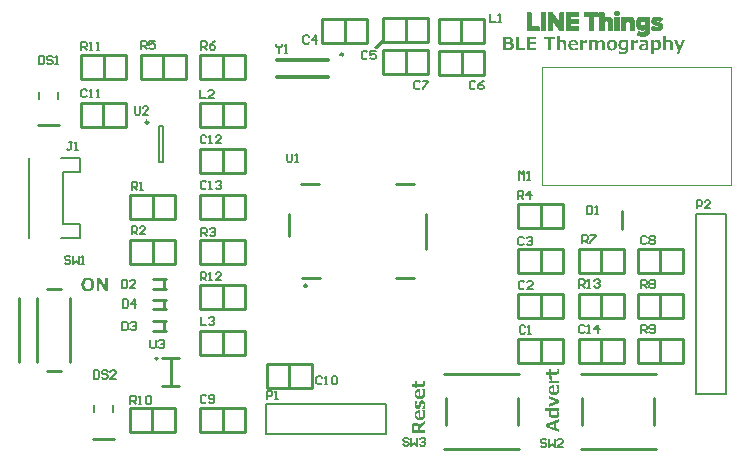
<source format=gto>
G04 Layer_Color=65535*
%FSLAX25Y25*%
%MOIN*%
G70*
G01*
G75*
%ADD29C,0.01000*%
%ADD38C,0.00984*%
%ADD39C,0.00787*%
%ADD40C,0.00394*%
%ADD41C,0.01181*%
%ADD42C,0.00800*%
%ADD43C,0.00044*%
%ADD44C,0.00669*%
G36*
X20448Y59250D02*
X20532Y59241D01*
X20633Y59224D01*
X20742Y59208D01*
X20859Y59183D01*
X20985Y59149D01*
X21119Y59107D01*
X21244Y59057D01*
X21378Y58998D01*
X21512Y58923D01*
X21638Y58839D01*
X21764Y58747D01*
X21873Y58638D01*
X21881Y58630D01*
X21898Y58613D01*
X21923Y58571D01*
X21965Y58521D01*
X22007Y58462D01*
X22057Y58386D01*
X22116Y58294D01*
X22166Y58194D01*
X22225Y58076D01*
X22275Y57951D01*
X22325Y57808D01*
X22367Y57657D01*
X22409Y57498D01*
X22434Y57322D01*
X22451Y57138D01*
X22459Y56937D01*
Y56928D01*
Y56887D01*
Y56836D01*
X22451Y56761D01*
X22443Y56669D01*
X22426Y56568D01*
X22409Y56451D01*
X22384Y56325D01*
X22359Y56199D01*
X22317Y56057D01*
X22275Y55914D01*
X22216Y55780D01*
X22149Y55638D01*
X22074Y55504D01*
X21982Y55370D01*
X21881Y55252D01*
X21873Y55244D01*
X21856Y55227D01*
X21823Y55194D01*
X21772Y55152D01*
X21714Y55110D01*
X21647Y55060D01*
X21563Y55001D01*
X21462Y54942D01*
X21353Y54884D01*
X21236Y54825D01*
X21102Y54775D01*
X20959Y54733D01*
X20809Y54691D01*
X20641Y54657D01*
X20465Y54641D01*
X20281Y54632D01*
X20239D01*
X20180Y54641D01*
X20113D01*
X20029Y54649D01*
X19929Y54666D01*
X19820Y54682D01*
X19702Y54708D01*
X19577Y54741D01*
X19443Y54783D01*
X19317Y54833D01*
X19183Y54892D01*
X19049Y54959D01*
X18923Y55043D01*
X18806Y55135D01*
X18688Y55244D01*
X18680Y55252D01*
X18663Y55269D01*
X18638Y55311D01*
X18596Y55361D01*
X18554Y55420D01*
X18504Y55495D01*
X18454Y55588D01*
X18404Y55688D01*
X18345Y55805D01*
X18295Y55931D01*
X18244Y56065D01*
X18202Y56216D01*
X18160Y56384D01*
X18135Y56560D01*
X18119Y56744D01*
X18110Y56937D01*
Y56945D01*
Y56987D01*
Y57037D01*
X18119Y57113D01*
X18127Y57205D01*
X18144Y57314D01*
X18160Y57431D01*
X18186Y57557D01*
X18253Y57825D01*
X18295Y57968D01*
X18353Y58110D01*
X18420Y58252D01*
X18496Y58386D01*
X18579Y58521D01*
X18680Y58638D01*
X18688Y58646D01*
X18705Y58663D01*
X18739Y58697D01*
X18789Y58738D01*
X18848Y58780D01*
X18915Y58831D01*
X18999Y58889D01*
X19099Y58948D01*
X19208Y59007D01*
X19325Y59065D01*
X19459Y59115D01*
X19602Y59157D01*
X19753Y59199D01*
X19920Y59233D01*
X20096Y59250D01*
X20281Y59258D01*
X20381D01*
X20448Y59250D01*
D02*
G37*
G36*
X27060Y54724D02*
X26122D01*
X24136Y57976D01*
Y54724D01*
X23230D01*
Y59166D01*
X24412D01*
X26155Y56292D01*
Y59166D01*
X27060D01*
Y54724D01*
D02*
G37*
G36*
X131102Y19648D02*
X131110D01*
X131144Y19657D01*
X131194Y19665D01*
X131261Y19673D01*
X131345Y19698D01*
X131429Y19724D01*
X131521Y19765D01*
X131621Y19816D01*
X131722Y19883D01*
X131814Y19958D01*
X131898Y20050D01*
X131982Y20168D01*
X132049Y20293D01*
X132099Y20444D01*
X132132Y20620D01*
X132141Y20813D01*
Y20821D01*
Y20838D01*
Y20872D01*
X132132Y20913D01*
X132124Y20964D01*
X132116Y21031D01*
X132107Y21098D01*
X132091Y21173D01*
X132040Y21349D01*
X131965Y21550D01*
X131915Y21651D01*
X131856Y21760D01*
X131797Y21869D01*
X131722Y21978D01*
Y22011D01*
X132510D01*
Y22003D01*
X132518Y21978D01*
X132535Y21944D01*
X132552Y21894D01*
X132568Y21835D01*
X132593Y21760D01*
X132618Y21676D01*
X132635Y21584D01*
X132685Y21383D01*
X132727Y21165D01*
X132761Y20939D01*
X132769Y20704D01*
Y20696D01*
Y20662D01*
Y20612D01*
X132761Y20545D01*
X132753Y20469D01*
X132744Y20377D01*
X132727Y20277D01*
X132711Y20168D01*
X132660Y19925D01*
X132577Y19690D01*
X132526Y19564D01*
X132468Y19455D01*
X132392Y19346D01*
X132317Y19246D01*
X132308Y19238D01*
X132292Y19221D01*
X132267Y19196D01*
X132233Y19170D01*
X132183Y19128D01*
X132124Y19087D01*
X132057Y19045D01*
X131982Y18994D01*
X131889Y18944D01*
X131789Y18902D01*
X131688Y18860D01*
X131571Y18819D01*
X131437Y18793D01*
X131303Y18768D01*
X131160Y18751D01*
X131001Y18743D01*
X130917D01*
X130859Y18751D01*
X130792Y18760D01*
X130708Y18768D01*
X130616Y18785D01*
X130515Y18802D01*
X130297Y18860D01*
X130071Y18944D01*
X129962Y18994D01*
X129853Y19061D01*
X129744Y19128D01*
X129652Y19212D01*
X129644Y19221D01*
X129627Y19238D01*
X129610Y19263D01*
X129577Y19305D01*
X129535Y19346D01*
X129493Y19405D01*
X129451Y19480D01*
X129401Y19556D01*
X129359Y19648D01*
X129317Y19740D01*
X129275Y19849D01*
X129233Y19966D01*
X129200Y20092D01*
X129183Y20235D01*
X129166Y20377D01*
X129158Y20528D01*
Y20536D01*
Y20545D01*
Y20595D01*
X129166Y20670D01*
X129183Y20771D01*
X129208Y20888D01*
X129241Y21014D01*
X129292Y21157D01*
X129359Y21299D01*
X129451Y21441D01*
X129560Y21584D01*
X129685Y21710D01*
X129845Y21827D01*
X130037Y21927D01*
X130138Y21969D01*
X130255Y22003D01*
X130373Y22028D01*
X130507Y22053D01*
X130641Y22070D01*
X131102D01*
Y19648D01*
D02*
G37*
G36*
X132660Y24735D02*
X132677Y24685D01*
X132685Y24617D01*
X132702Y24517D01*
X132719Y24399D01*
X132727Y24265D01*
X132744Y24123D01*
Y23972D01*
Y23964D01*
Y23947D01*
Y23913D01*
X132736Y23872D01*
Y23821D01*
X132727Y23763D01*
X132711Y23629D01*
X132677Y23486D01*
X132635Y23335D01*
X132568Y23193D01*
X132484Y23076D01*
X132476Y23067D01*
X132434Y23034D01*
X132376Y22992D01*
X132283Y22941D01*
X132166Y22883D01*
X132024Y22841D01*
X131848Y22807D01*
X131646Y22799D01*
X129861D01*
Y22355D01*
X129267D01*
Y22799D01*
X128311D01*
Y23704D01*
X129267D01*
Y24751D01*
X129861D01*
Y23704D01*
X131361D01*
X131462Y23712D01*
X131571Y23721D01*
X131688Y23738D01*
X131806Y23763D01*
X131915Y23796D01*
X131957Y23813D01*
X131990Y23838D01*
X131998Y23846D01*
X132015Y23863D01*
X132040Y23897D01*
X132065Y23947D01*
X132099Y24014D01*
X132124Y24098D01*
X132141Y24190D01*
X132149Y24307D01*
Y24316D01*
Y24341D01*
X132141Y24383D01*
X132132Y24441D01*
X132124Y24500D01*
X132107Y24567D01*
X132082Y24643D01*
X132049Y24718D01*
Y24751D01*
X132660D01*
Y24735D01*
D02*
G37*
G36*
X182360Y138551D02*
X182461Y138534D01*
X182578Y138509D01*
X182704Y138475D01*
X182846Y138425D01*
X182989Y138358D01*
X183131Y138266D01*
X183273Y138157D01*
X183399Y138031D01*
X183517Y137872D01*
X183617Y137679D01*
X183659Y137578D01*
X183693Y137461D01*
X183718Y137344D01*
X183743Y137210D01*
X183759Y137076D01*
Y136925D01*
Y136615D01*
X181338D01*
Y136606D01*
X181346Y136573D01*
X181354Y136523D01*
X181363Y136456D01*
X181388Y136372D01*
X181413Y136288D01*
X181455Y136196D01*
X181505Y136095D01*
X181572Y135995D01*
X181648Y135903D01*
X181740Y135819D01*
X181857Y135735D01*
X181983Y135668D01*
X182134Y135618D01*
X182310Y135584D01*
X182502Y135576D01*
X182561D01*
X182603Y135584D01*
X182653Y135592D01*
X182720Y135601D01*
X182787Y135609D01*
X182863Y135626D01*
X183039Y135676D01*
X183240Y135752D01*
X183341Y135802D01*
X183449Y135861D01*
X183558Y135919D01*
X183667Y135995D01*
X183701D01*
Y135207D01*
X183693D01*
X183667Y135199D01*
X183634Y135182D01*
X183583Y135165D01*
X183525Y135148D01*
X183449Y135123D01*
X183366Y135098D01*
X183273Y135081D01*
X183072Y135031D01*
X182854Y134989D01*
X182628Y134956D01*
X182394Y134947D01*
X182301D01*
X182234Y134956D01*
X182159Y134964D01*
X182067Y134972D01*
X181966Y134989D01*
X181857Y135006D01*
X181614Y135056D01*
X181380Y135140D01*
X181254Y135190D01*
X181145Y135249D01*
X181036Y135324D01*
X180936Y135400D01*
X180927Y135408D01*
X180910Y135425D01*
X180885Y135450D01*
X180860Y135484D01*
X180818Y135534D01*
X180776Y135592D01*
X180734Y135660D01*
X180684Y135735D01*
X180634Y135827D01*
X180592Y135928D01*
X180550Y136028D01*
X180508Y136145D01*
X180483Y136280D01*
X180458Y136414D01*
X180441Y136556D01*
X180433Y136715D01*
Y136724D01*
Y136757D01*
Y136799D01*
X180441Y136858D01*
X180449Y136925D01*
X180458Y137009D01*
X180475Y137101D01*
X180491Y137201D01*
X180550Y137419D01*
X180634Y137646D01*
X180684Y137754D01*
X180751Y137863D01*
X180818Y137972D01*
X180902Y138065D01*
X180910Y138073D01*
X180927Y138090D01*
X180952Y138106D01*
X180994Y138140D01*
X181036Y138182D01*
X181095Y138224D01*
X181170Y138266D01*
X181246Y138316D01*
X181338Y138358D01*
X181430Y138400D01*
X181539Y138442D01*
X181656Y138484D01*
X181782Y138517D01*
X181924Y138534D01*
X182067Y138551D01*
X182218Y138559D01*
X182285D01*
X182360Y138551D01*
D02*
G37*
G36*
X160505Y139472D02*
X160597Y139464D01*
X160698Y139456D01*
X160807Y139447D01*
X161041Y139414D01*
X161268Y139372D01*
X161377Y139338D01*
X161477Y139305D01*
X161561Y139263D01*
X161636Y139213D01*
X161645D01*
X161653Y139204D01*
X161695Y139162D01*
X161754Y139104D01*
X161821Y139020D01*
X161888Y138911D01*
X161946Y138785D01*
X161988Y138634D01*
X162005Y138551D01*
Y138458D01*
Y138450D01*
Y138433D01*
Y138400D01*
X161997Y138349D01*
X161988Y138299D01*
X161971Y138241D01*
X161930Y138098D01*
X161896Y138023D01*
X161846Y137947D01*
X161795Y137872D01*
X161737Y137788D01*
X161662Y137713D01*
X161578Y137646D01*
X161477Y137578D01*
X161368Y137520D01*
Y137495D01*
X161377D01*
X161410Y137486D01*
X161460Y137470D01*
X161519Y137453D01*
X161586Y137419D01*
X161670Y137386D01*
X161754Y137336D01*
X161846Y137285D01*
X161938Y137218D01*
X162022Y137143D01*
X162106Y137051D01*
X162173Y136950D01*
X162240Y136833D01*
X162282Y136699D01*
X162315Y136556D01*
X162323Y136397D01*
Y136389D01*
Y136372D01*
Y136338D01*
X162315Y136296D01*
X162307Y136238D01*
X162298Y136179D01*
X162265Y136037D01*
X162206Y135877D01*
X162173Y135794D01*
X162122Y135710D01*
X162064Y135626D01*
X162005Y135550D01*
X161930Y135475D01*
X161846Y135400D01*
X161837D01*
X161821Y135383D01*
X161795Y135366D01*
X161762Y135341D01*
X161712Y135316D01*
X161653Y135282D01*
X161578Y135257D01*
X161502Y135224D01*
X161410Y135190D01*
X161310Y135157D01*
X161201Y135123D01*
X161075Y135098D01*
X160941Y135073D01*
X160798Y135056D01*
X160647Y135048D01*
X160488Y135039D01*
X158661D01*
Y139481D01*
X160421D01*
X160505Y139472D01*
D02*
G37*
G36*
X198659Y138534D02*
X198701D01*
X198760Y138525D01*
X198885Y138500D01*
X199028Y138467D01*
X199187Y138408D01*
X199363Y138333D01*
X199539Y138232D01*
X199598Y138450D01*
X200452D01*
Y135425D01*
Y135416D01*
Y135391D01*
Y135341D01*
X200444Y135291D01*
X200436Y135215D01*
X200427Y135140D01*
X200419Y135048D01*
X200402Y134956D01*
X200352Y134754D01*
X200276Y134545D01*
X200226Y134453D01*
X200168Y134352D01*
X200100Y134268D01*
X200025Y134185D01*
X200017Y134176D01*
X200008Y134168D01*
X199983Y134151D01*
X199941Y134118D01*
X199899Y134092D01*
X199841Y134059D01*
X199774Y134017D01*
X199698Y133984D01*
X199606Y133942D01*
X199514Y133908D01*
X199397Y133866D01*
X199279Y133841D01*
X199145Y133816D01*
X198994Y133791D01*
X198835Y133782D01*
X198668Y133774D01*
X198567D01*
X198508Y133782D01*
X198374D01*
X198290Y133791D01*
X198115Y133808D01*
X197913Y133833D01*
X197696Y133866D01*
X197478Y133908D01*
Y134645D01*
X197528D01*
X197545Y134637D01*
X197578Y134629D01*
X197620Y134612D01*
X197670Y134595D01*
X197729Y134579D01*
X197863Y134545D01*
X198022Y134503D01*
X198198Y134469D01*
X198366Y134444D01*
X198533Y134436D01*
X198617D01*
X198709Y134444D01*
X198827Y134461D01*
X198952Y134486D01*
X199078Y134520D01*
X199204Y134562D01*
X199304Y134629D01*
X199313Y134637D01*
X199346Y134662D01*
X199380Y134713D01*
X199430Y134788D01*
X199472Y134889D01*
X199514Y135014D01*
X199539Y135165D01*
X199547Y135349D01*
Y135542D01*
X199539Y135534D01*
X199522Y135525D01*
X199497Y135500D01*
X199455Y135475D01*
X199413Y135442D01*
X199355Y135400D01*
X199221Y135316D01*
X199070Y135232D01*
X198894Y135157D01*
X198709Y135106D01*
X198617Y135098D01*
X198525Y135090D01*
X198466D01*
X198399Y135098D01*
X198307Y135115D01*
X198198Y135140D01*
X198081Y135182D01*
X197955Y135232D01*
X197829Y135308D01*
X197696Y135400D01*
X197570Y135517D01*
X197452Y135651D01*
X197344Y135819D01*
X197251Y136020D01*
X197218Y136129D01*
X197184Y136255D01*
X197159Y136380D01*
X197142Y136523D01*
X197134Y136665D01*
X197126Y136824D01*
Y136833D01*
Y136858D01*
Y136900D01*
X197134Y136950D01*
Y137017D01*
X197151Y137092D01*
X197159Y137176D01*
X197176Y137268D01*
X197226Y137470D01*
X197293Y137671D01*
X197394Y137880D01*
X197461Y137972D01*
X197528Y138065D01*
X197536Y138073D01*
X197545Y138081D01*
X197570Y138106D01*
X197603Y138140D01*
X197645Y138173D01*
X197696Y138215D01*
X197813Y138308D01*
X197964Y138391D01*
X198140Y138467D01*
X198240Y138500D01*
X198349Y138525D01*
X198458Y138534D01*
X198575Y138542D01*
X198626D01*
X198659Y138534D01*
D02*
G37*
G36*
X195081Y138551D02*
X195148Y138542D01*
X195232Y138534D01*
X195316Y138517D01*
X195416Y138500D01*
X195617Y138442D01*
X195726Y138400D01*
X195835Y138358D01*
X195936Y138299D01*
X196045Y138232D01*
X196137Y138157D01*
X196229Y138073D01*
X196237Y138065D01*
X196246Y138048D01*
X196271Y138023D01*
X196304Y137989D01*
X196338Y137939D01*
X196380Y137880D01*
X196422Y137805D01*
X196464Y137729D01*
X196505Y137637D01*
X196547Y137537D01*
X196589Y137428D01*
X196623Y137310D01*
X196656Y137185D01*
X196681Y137042D01*
X196690Y136900D01*
X196698Y136741D01*
Y136732D01*
Y136707D01*
Y136657D01*
X196690Y136598D01*
X196681Y136531D01*
X196673Y136447D01*
X196656Y136355D01*
X196640Y136255D01*
X196581Y136037D01*
X196497Y135819D01*
X196447Y135710D01*
X196388Y135601D01*
X196313Y135500D01*
X196229Y135408D01*
X196221Y135400D01*
X196204Y135391D01*
X196179Y135366D01*
X196145Y135333D01*
X196095Y135299D01*
X196036Y135257D01*
X195969Y135215D01*
X195894Y135173D01*
X195810Y135123D01*
X195718Y135081D01*
X195609Y135039D01*
X195492Y135006D01*
X195374Y134972D01*
X195240Y134947D01*
X195098Y134939D01*
X194947Y134930D01*
X194863D01*
X194813Y134939D01*
X194737Y134947D01*
X194653Y134956D01*
X194570Y134972D01*
X194469Y134989D01*
X194260Y135048D01*
X194151Y135090D01*
X194042Y135132D01*
X193941Y135190D01*
X193832Y135249D01*
X193740Y135324D01*
X193648Y135408D01*
X193640Y135416D01*
X193631Y135433D01*
X193606Y135458D01*
X193581Y135500D01*
X193547Y135542D01*
X193506Y135601D01*
X193464Y135676D01*
X193422Y135752D01*
X193380Y135844D01*
X193338Y135944D01*
X193304Y136053D01*
X193262Y136171D01*
X193237Y136296D01*
X193212Y136439D01*
X193204Y136581D01*
X193195Y136741D01*
Y136749D01*
Y136782D01*
Y136824D01*
X193204Y136883D01*
X193212Y136950D01*
X193220Y137034D01*
X193237Y137126D01*
X193254Y137226D01*
X193304Y137444D01*
X193388Y137662D01*
X193447Y137771D01*
X193506Y137880D01*
X193572Y137981D01*
X193656Y138073D01*
X193665Y138081D01*
X193681Y138098D01*
X193707Y138115D01*
X193740Y138148D01*
X193790Y138182D01*
X193849Y138224D01*
X193916Y138274D01*
X193991Y138316D01*
X194075Y138358D01*
X194176Y138408D01*
X194276Y138450D01*
X194394Y138484D01*
X194519Y138517D01*
X194653Y138542D01*
X194796Y138551D01*
X194947Y138559D01*
X195022D01*
X195081Y138551D01*
D02*
G37*
G36*
X131713Y18366D02*
X131814Y18349D01*
X131931Y18316D01*
X132057Y18265D01*
X132200Y18190D01*
X132267Y18140D01*
X132334Y18081D01*
X132401Y18006D01*
X132459Y17930D01*
Y17922D01*
X132476Y17913D01*
X132484Y17888D01*
X132510Y17855D01*
X132535Y17805D01*
X132560Y17754D01*
X132585Y17687D01*
X132610Y17620D01*
X132644Y17536D01*
X132669Y17452D01*
X132694Y17352D01*
X132719Y17243D01*
X132753Y17008D01*
X132769Y16740D01*
Y16732D01*
Y16707D01*
Y16665D01*
X132761Y16614D01*
Y16556D01*
X132753Y16480D01*
X132744Y16397D01*
X132736Y16304D01*
X132711Y16103D01*
X132660Y15886D01*
X132602Y15668D01*
X132518Y15450D01*
X131680D01*
Y15483D01*
X131688Y15492D01*
X131705Y15508D01*
X131722Y15542D01*
X131755Y15592D01*
X131797Y15642D01*
X131839Y15710D01*
X131881Y15785D01*
X131923Y15869D01*
X132015Y16061D01*
X132099Y16279D01*
X132132Y16397D01*
X132149Y16514D01*
X132166Y16640D01*
X132174Y16765D01*
Y16774D01*
Y16799D01*
Y16832D01*
X132166Y16874D01*
X132158Y16983D01*
X132124Y17109D01*
X132082Y17235D01*
X132015Y17344D01*
X131973Y17386D01*
X131923Y17427D01*
X131873Y17444D01*
X131806Y17452D01*
X131781D01*
X131755Y17444D01*
X131722Y17436D01*
X131646Y17411D01*
X131613Y17377D01*
X131579Y17344D01*
Y17335D01*
X131563Y17318D01*
X131546Y17293D01*
X131529Y17251D01*
X131504Y17201D01*
X131487Y17134D01*
X131462Y17050D01*
X131437Y16958D01*
Y16950D01*
X131429Y16925D01*
X131420Y16883D01*
X131412Y16816D01*
X131395Y16740D01*
X131378Y16648D01*
X131353Y16539D01*
X131328Y16413D01*
Y16397D01*
X131311Y16355D01*
X131295Y16288D01*
X131269Y16212D01*
X131236Y16120D01*
X131194Y16028D01*
X131152Y15944D01*
X131102Y15860D01*
X131093Y15852D01*
X131077Y15827D01*
X131043Y15793D01*
X131001Y15751D01*
X130951Y15701D01*
X130892Y15651D01*
X130834Y15600D01*
X130758Y15559D01*
X130750D01*
X130725Y15542D01*
X130683Y15533D01*
X130624Y15517D01*
X130557Y15500D01*
X130482Y15483D01*
X130389Y15475D01*
X130297Y15466D01*
X130247D01*
X130213Y15475D01*
X130121Y15492D01*
X130012Y15517D01*
X129887Y15567D01*
X129753Y15651D01*
X129685Y15693D01*
X129619Y15751D01*
X129551Y15818D01*
X129493Y15894D01*
Y15902D01*
X129476Y15911D01*
X129459Y15936D01*
X129443Y15978D01*
X129417Y16019D01*
X129392Y16070D01*
X129367Y16128D01*
X129333Y16204D01*
X129300Y16279D01*
X129275Y16372D01*
X129225Y16573D01*
X129191Y16799D01*
X129174Y17059D01*
Y17067D01*
Y17084D01*
Y17126D01*
Y17168D01*
X129183Y17226D01*
Y17293D01*
X129200Y17444D01*
X129233Y17628D01*
X129267Y17821D01*
X129325Y18022D01*
X129401Y18224D01*
X130188D01*
Y18198D01*
X130180Y18190D01*
X130172Y18173D01*
X130146Y18140D01*
X130121Y18098D01*
X130088Y18047D01*
X130054Y17980D01*
X129979Y17830D01*
X129903Y17654D01*
X129836Y17461D01*
X129786Y17260D01*
X129778Y17151D01*
X129769Y17050D01*
Y17042D01*
Y17000D01*
X129778Y16950D01*
X129786Y16883D01*
X129795Y16807D01*
X129811Y16732D01*
X129845Y16648D01*
X129878Y16573D01*
X129887Y16564D01*
X129895Y16547D01*
X129920Y16514D01*
X129954Y16480D01*
X129987Y16447D01*
X130037Y16413D01*
X130088Y16397D01*
X130146Y16388D01*
X130180D01*
X130205Y16397D01*
X130247Y16405D01*
X130339Y16439D01*
X130381Y16464D01*
X130415Y16506D01*
Y16514D01*
X130423Y16531D01*
X130440Y16556D01*
X130456Y16598D01*
X130482Y16656D01*
X130507Y16723D01*
X130532Y16807D01*
X130557Y16899D01*
Y16908D01*
Y16916D01*
X130565Y16958D01*
X130582Y17033D01*
X130599Y17126D01*
X130624Y17235D01*
X130649Y17352D01*
X130716Y17612D01*
Y17628D01*
X130733Y17670D01*
X130758Y17737D01*
X130783Y17813D01*
X130834Y17905D01*
X130884Y17997D01*
X130951Y18081D01*
X131035Y18165D01*
X131043Y18173D01*
X131077Y18198D01*
X131127Y18232D01*
X131194Y18274D01*
X131278Y18307D01*
X131378Y18341D01*
X131496Y18366D01*
X131630Y18374D01*
X131680D01*
X131713Y18366D01*
D02*
G37*
G36*
X177362Y18404D02*
Y17549D01*
X173951Y16158D01*
Y17138D01*
X176315Y18010D01*
X173951Y18865D01*
Y19803D01*
X177362Y18404D01*
D02*
G37*
G36*
X175787Y20934D02*
X175795D01*
X175829Y20943D01*
X175879Y20951D01*
X175946Y20959D01*
X176030Y20985D01*
X176114Y21010D01*
X176206Y21052D01*
X176306Y21102D01*
X176407Y21169D01*
X176499Y21244D01*
X176583Y21337D01*
X176667Y21454D01*
X176734Y21580D01*
X176784Y21730D01*
X176818Y21906D01*
X176826Y22099D01*
Y22107D01*
Y22124D01*
Y22158D01*
X176818Y22200D01*
X176809Y22250D01*
X176801Y22317D01*
X176792Y22384D01*
X176776Y22459D01*
X176725Y22636D01*
X176650Y22837D01*
X176600Y22937D01*
X176541Y23046D01*
X176482Y23155D01*
X176407Y23264D01*
Y23298D01*
X177195D01*
Y23289D01*
X177203Y23264D01*
X177220Y23230D01*
X177236Y23180D01*
X177253Y23122D01*
X177278Y23046D01*
X177304Y22962D01*
X177320Y22870D01*
X177371Y22669D01*
X177412Y22451D01*
X177446Y22225D01*
X177454Y21990D01*
Y21982D01*
Y21948D01*
Y21898D01*
X177446Y21831D01*
X177438Y21756D01*
X177429Y21663D01*
X177412Y21563D01*
X177396Y21454D01*
X177345Y21211D01*
X177262Y20976D01*
X177211Y20851D01*
X177153Y20742D01*
X177077Y20633D01*
X177002Y20532D01*
X176994Y20524D01*
X176977Y20507D01*
X176952Y20482D01*
X176918Y20457D01*
X176868Y20415D01*
X176809Y20373D01*
X176742Y20331D01*
X176667Y20281D01*
X176575Y20230D01*
X176474Y20188D01*
X176373Y20147D01*
X176256Y20105D01*
X176122Y20080D01*
X175988Y20054D01*
X175845Y20038D01*
X175686Y20029D01*
X175602D01*
X175544Y20038D01*
X175477Y20046D01*
X175393Y20054D01*
X175301Y20071D01*
X175200Y20088D01*
X174982Y20147D01*
X174756Y20230D01*
X174647Y20281D01*
X174538Y20348D01*
X174429Y20415D01*
X174337Y20499D01*
X174329Y20507D01*
X174312Y20524D01*
X174295Y20549D01*
X174262Y20591D01*
X174220Y20633D01*
X174178Y20691D01*
X174136Y20767D01*
X174086Y20842D01*
X174044Y20934D01*
X174002Y21026D01*
X173960Y21136D01*
X173918Y21253D01*
X173884Y21378D01*
X173868Y21521D01*
X173851Y21663D01*
X173843Y21814D01*
Y21823D01*
Y21831D01*
Y21881D01*
X173851Y21957D01*
X173868Y22057D01*
X173893Y22175D01*
X173926Y22300D01*
X173977Y22443D01*
X174044Y22585D01*
X174136Y22728D01*
X174245Y22870D01*
X174371Y22996D01*
X174530Y23113D01*
X174723Y23214D01*
X174823Y23256D01*
X174940Y23289D01*
X175058Y23314D01*
X175192Y23339D01*
X175326Y23356D01*
X175787D01*
Y20934D01*
D02*
G37*
G36*
X177362Y11079D02*
X176407Y10744D01*
Y8993D01*
X177362Y8658D01*
Y7677D01*
X172921Y9353D01*
Y10426D01*
X177362Y12110D01*
Y11079D01*
D02*
G37*
G36*
Y14767D02*
X176918D01*
Y14758D01*
X176935Y14750D01*
X176952Y14725D01*
X176977Y14691D01*
X177035Y14616D01*
X177111Y14515D01*
X177186Y14406D01*
X177253Y14297D01*
X177320Y14188D01*
X177362Y14096D01*
Y14088D01*
X177379Y14054D01*
X177387Y14013D01*
X177404Y13954D01*
X177421Y13887D01*
X177438Y13803D01*
X177446Y13711D01*
X177454Y13619D01*
Y13610D01*
Y13593D01*
Y13560D01*
X177446Y13518D01*
X177438Y13476D01*
X177429Y13418D01*
X177396Y13283D01*
X177337Y13133D01*
X177253Y12982D01*
X177203Y12898D01*
X177136Y12831D01*
X177069Y12755D01*
X176985Y12688D01*
X176977D01*
X176960Y12672D01*
X176935Y12655D01*
X176901Y12638D01*
X176851Y12613D01*
X176792Y12580D01*
X176725Y12546D01*
X176641Y12521D01*
X176558Y12487D01*
X176457Y12454D01*
X176357Y12429D01*
X176239Y12395D01*
X176114Y12378D01*
X175979Y12362D01*
X175695Y12345D01*
X175619D01*
X175560Y12353D01*
X175494Y12362D01*
X175410Y12370D01*
X175318Y12378D01*
X175225Y12395D01*
X175016Y12445D01*
X174790Y12521D01*
X174681Y12571D01*
X174572Y12630D01*
X174471Y12688D01*
X174371Y12764D01*
X174362Y12772D01*
X174345Y12781D01*
X174320Y12806D01*
X174287Y12839D01*
X174253Y12881D01*
X174211Y12931D01*
X174111Y13049D01*
X174019Y13200D01*
X173935Y13376D01*
X173910Y13476D01*
X173884Y13577D01*
X173868Y13686D01*
X173859Y13803D01*
Y13811D01*
Y13845D01*
Y13887D01*
X173868Y13937D01*
Y14004D01*
X173876Y14071D01*
X173910Y14214D01*
Y14222D01*
X173918Y14247D01*
X173935Y14289D01*
X173960Y14356D01*
X173993Y14432D01*
X174035Y14524D01*
X174086Y14641D01*
X174153Y14767D01*
X172728D01*
Y15672D01*
X177362D01*
Y14767D01*
D02*
G37*
G36*
X132677Y10371D02*
X130993Y9064D01*
Y8452D01*
X132677D01*
Y7480D01*
X128236D01*
Y9173D01*
Y9181D01*
Y9215D01*
Y9265D01*
X128244Y9324D01*
Y9399D01*
X128252Y9483D01*
X128261Y9584D01*
X128278Y9684D01*
X128320Y9902D01*
X128378Y10128D01*
X128462Y10329D01*
X128512Y10422D01*
X128571Y10505D01*
Y10514D01*
X128588Y10522D01*
X128630Y10572D01*
X128705Y10640D01*
X128806Y10715D01*
X128931Y10790D01*
X129082Y10849D01*
X129258Y10899D01*
X129359Y10908D01*
X129459Y10916D01*
X129501D01*
X129543Y10908D01*
X129602Y10899D01*
X129677Y10891D01*
X129761Y10866D01*
X129853Y10841D01*
X129954Y10807D01*
X130054Y10757D01*
X130163Y10698D01*
X130272Y10631D01*
X130381Y10539D01*
X130490Y10439D01*
X130591Y10321D01*
X130683Y10187D01*
X130766Y10028D01*
X132677Y11570D01*
Y10371D01*
D02*
G37*
G36*
X131102Y12592D02*
X131110D01*
X131144Y12600D01*
X131194Y12609D01*
X131261Y12617D01*
X131345Y12642D01*
X131429Y12667D01*
X131521Y12709D01*
X131621Y12760D01*
X131722Y12827D01*
X131814Y12902D01*
X131898Y12994D01*
X131982Y13112D01*
X132049Y13237D01*
X132099Y13388D01*
X132132Y13564D01*
X132141Y13757D01*
Y13765D01*
Y13782D01*
Y13816D01*
X132132Y13858D01*
X132124Y13908D01*
X132116Y13975D01*
X132107Y14042D01*
X132091Y14117D01*
X132040Y14293D01*
X131965Y14494D01*
X131915Y14595D01*
X131856Y14704D01*
X131797Y14813D01*
X131722Y14922D01*
Y14955D01*
X132510D01*
Y14947D01*
X132518Y14922D01*
X132535Y14888D01*
X132552Y14838D01*
X132568Y14779D01*
X132593Y14704D01*
X132618Y14620D01*
X132635Y14528D01*
X132685Y14327D01*
X132727Y14109D01*
X132761Y13883D01*
X132769Y13648D01*
Y13640D01*
Y13606D01*
Y13556D01*
X132761Y13489D01*
X132753Y13413D01*
X132744Y13321D01*
X132727Y13221D01*
X132711Y13112D01*
X132660Y12869D01*
X132577Y12634D01*
X132526Y12508D01*
X132468Y12399D01*
X132392Y12290D01*
X132317Y12190D01*
X132308Y12182D01*
X132292Y12165D01*
X132267Y12140D01*
X132233Y12114D01*
X132183Y12072D01*
X132124Y12031D01*
X132057Y11989D01*
X131982Y11938D01*
X131889Y11888D01*
X131789Y11846D01*
X131688Y11804D01*
X131571Y11762D01*
X131437Y11737D01*
X131303Y11712D01*
X131160Y11695D01*
X131001Y11687D01*
X130917D01*
X130859Y11695D01*
X130792Y11704D01*
X130708Y11712D01*
X130616Y11729D01*
X130515Y11746D01*
X130297Y11804D01*
X130071Y11888D01*
X129962Y11938D01*
X129853Y12005D01*
X129744Y12072D01*
X129652Y12156D01*
X129644Y12165D01*
X129627Y12182D01*
X129610Y12207D01*
X129577Y12248D01*
X129535Y12290D01*
X129493Y12349D01*
X129451Y12425D01*
X129401Y12500D01*
X129359Y12592D01*
X129317Y12684D01*
X129275Y12793D01*
X129233Y12911D01*
X129200Y13036D01*
X129183Y13179D01*
X129166Y13321D01*
X129158Y13472D01*
Y13480D01*
Y13489D01*
Y13539D01*
X129166Y13614D01*
X129183Y13715D01*
X129208Y13832D01*
X129241Y13958D01*
X129292Y14100D01*
X129359Y14243D01*
X129451Y14385D01*
X129560Y14528D01*
X129685Y14654D01*
X129845Y14771D01*
X130037Y14872D01*
X130138Y14913D01*
X130255Y14947D01*
X130373Y14972D01*
X130507Y14997D01*
X130641Y15014D01*
X131102D01*
Y12592D01*
D02*
G37*
G36*
X174873Y26298D02*
Y26289D01*
X174865Y26264D01*
X174857Y26222D01*
X174848Y26172D01*
X174840Y26096D01*
X174831Y26013D01*
X174823Y25920D01*
Y25811D01*
Y25803D01*
Y25786D01*
Y25761D01*
Y25728D01*
X174831Y25635D01*
X174840Y25527D01*
X174865Y25384D01*
X174890Y25242D01*
X174932Y25082D01*
X174982Y24932D01*
X177362D01*
Y24027D01*
X173951D01*
Y24932D01*
X174572D01*
X174563Y24940D01*
X174555Y24948D01*
X174513Y24999D01*
X174446Y25074D01*
X174371Y25175D01*
X174287Y25275D01*
X174203Y25392D01*
X174127Y25501D01*
X174069Y25610D01*
X174060Y25619D01*
X174044Y25661D01*
X174027Y25711D01*
X174002Y25778D01*
X173977Y25853D01*
X173951Y25946D01*
X173943Y26038D01*
X173935Y26138D01*
Y26155D01*
Y26189D01*
Y26247D01*
X173943Y26331D01*
X174873D01*
Y26298D01*
D02*
G37*
G36*
X177345Y28853D02*
X177362Y28803D01*
X177371Y28736D01*
X177387Y28636D01*
X177404Y28518D01*
X177412Y28384D01*
X177429Y28242D01*
Y28091D01*
Y28082D01*
Y28066D01*
Y28032D01*
X177421Y27990D01*
Y27940D01*
X177412Y27881D01*
X177396Y27747D01*
X177362Y27605D01*
X177320Y27454D01*
X177253Y27312D01*
X177170Y27194D01*
X177161Y27186D01*
X177119Y27152D01*
X177060Y27110D01*
X176968Y27060D01*
X176851Y27001D01*
X176709Y26960D01*
X176533Y26926D01*
X176331Y26918D01*
X174547D01*
Y26474D01*
X173951D01*
Y26918D01*
X172996D01*
Y27823D01*
X173951D01*
Y28870D01*
X174547D01*
Y27823D01*
X176047D01*
X176147Y27831D01*
X176256Y27839D01*
X176373Y27856D01*
X176491Y27881D01*
X176600Y27915D01*
X176641Y27932D01*
X176675Y27957D01*
X176683Y27965D01*
X176700Y27982D01*
X176725Y28015D01*
X176751Y28066D01*
X176784Y28133D01*
X176809Y28217D01*
X176826Y28309D01*
X176834Y28426D01*
Y28434D01*
Y28460D01*
X176826Y28501D01*
X176818Y28560D01*
X176809Y28619D01*
X176792Y28686D01*
X176767Y28761D01*
X176734Y28837D01*
Y28870D01*
X177345D01*
Y28853D01*
D02*
G37*
G36*
X164050Y135768D02*
X166153D01*
Y135039D01*
X163078D01*
Y139481D01*
X164050D01*
Y135768D01*
D02*
G37*
G36*
X191603Y138534D02*
X191670Y138525D01*
X191754Y138500D01*
X191838Y138475D01*
X191930Y138433D01*
X192031Y138383D01*
X192123Y138316D01*
X192215Y138232D01*
X192307Y138132D01*
X192383Y138006D01*
X192450Y137863D01*
X192500Y137696D01*
X192533Y137503D01*
X192542Y137277D01*
Y135039D01*
X191637D01*
Y136749D01*
Y136766D01*
Y136808D01*
Y136875D01*
Y136950D01*
X191628Y137042D01*
X191620Y137143D01*
X191612Y137243D01*
X191603Y137344D01*
Y137352D01*
X191595Y137386D01*
X191586Y137428D01*
X191570Y137486D01*
X191544Y137545D01*
X191511Y137604D01*
X191469Y137654D01*
X191419Y137696D01*
X191411Y137704D01*
X191394Y137713D01*
X191360Y137729D01*
X191310Y137746D01*
X191251Y137763D01*
X191184Y137780D01*
X191100Y137796D01*
X190966D01*
X190916Y137780D01*
X190841Y137763D01*
X190748Y137729D01*
X190631Y137687D01*
X190505Y137620D01*
X190355Y137537D01*
Y135039D01*
X189450D01*
Y136749D01*
Y136757D01*
Y136766D01*
Y136808D01*
Y136875D01*
X189441Y136958D01*
Y137059D01*
X189433Y137160D01*
X189424Y137260D01*
X189408Y137352D01*
Y137361D01*
X189399Y137394D01*
X189391Y137436D01*
X189374Y137486D01*
X189349Y137545D01*
X189315Y137604D01*
X189274Y137654D01*
X189223Y137696D01*
X189215Y137704D01*
X189198Y137713D01*
X189165Y137729D01*
X189114Y137746D01*
X189056Y137763D01*
X188989Y137780D01*
X188913Y137796D01*
X188779D01*
X188721Y137780D01*
X188645Y137763D01*
X188553Y137729D01*
X188444Y137687D01*
X188310Y137620D01*
X188167Y137528D01*
Y135039D01*
X187262D01*
Y138450D01*
X188167D01*
Y137972D01*
X188176Y137981D01*
X188184Y137989D01*
X188209Y138006D01*
X188243Y138031D01*
X188318Y138090D01*
X188419Y138165D01*
X188528Y138241D01*
X188637Y138316D01*
X188746Y138383D01*
X188838Y138433D01*
X188846Y138442D01*
X188880Y138450D01*
X188922Y138467D01*
X188989Y138492D01*
X189056Y138509D01*
X189139Y138525D01*
X189223Y138534D01*
X189315Y138542D01*
X189374D01*
X189424Y138534D01*
X189475Y138525D01*
X189533Y138509D01*
X189676Y138458D01*
X189751Y138425D01*
X189835Y138383D01*
X189910Y138333D01*
X189994Y138266D01*
X190070Y138190D01*
X190145Y138106D01*
X190212Y138006D01*
X190271Y137889D01*
X190279Y137897D01*
X190287Y137905D01*
X190346Y137947D01*
X190422Y138014D01*
X190522Y138098D01*
X190631Y138182D01*
X190748Y138266D01*
X190866Y138341D01*
X190975Y138400D01*
X190991Y138408D01*
X191025Y138425D01*
X191075Y138442D01*
X191142Y138475D01*
X191226Y138500D01*
X191318Y138517D01*
X191411Y138534D01*
X191511Y138542D01*
X191553D01*
X191603Y138534D01*
D02*
G37*
G36*
X210207D02*
X210257Y138525D01*
X210316Y138517D01*
X210450Y138484D01*
X210592Y138433D01*
X210752Y138349D01*
X210827Y138299D01*
X210902Y138232D01*
X210969Y138165D01*
X211036Y138081D01*
Y138073D01*
X211053Y138056D01*
X211070Y138031D01*
X211087Y137997D01*
X211112Y137947D01*
X211145Y137889D01*
X211171Y137821D01*
X211204Y137746D01*
X211238Y137662D01*
X211263Y137570D01*
X211296Y137461D01*
X211321Y137344D01*
X211338Y137226D01*
X211355Y137092D01*
X211372Y136950D01*
Y136799D01*
Y136791D01*
Y136766D01*
Y136724D01*
X211363Y136665D01*
X211355Y136598D01*
X211347Y136514D01*
X211338Y136430D01*
X211321Y136330D01*
X211271Y136120D01*
X211196Y135903D01*
X211145Y135794D01*
X211087Y135685D01*
X211020Y135584D01*
X210944Y135484D01*
X210936Y135475D01*
X210928Y135458D01*
X210902Y135442D01*
X210869Y135408D01*
X210827Y135366D01*
X210777Y135324D01*
X210659Y135240D01*
X210508Y135148D01*
X210324Y135064D01*
X210224Y135031D01*
X210123Y135014D01*
X210014Y134997D01*
X209897Y134989D01*
X209855D01*
X209821Y134997D01*
X209729Y135006D01*
X209612Y135023D01*
X209469Y135056D01*
X209310Y135106D01*
X209126Y135173D01*
X208933Y135266D01*
Y133808D01*
X208028D01*
Y138450D01*
X208933D01*
Y137989D01*
X208941D01*
X208950Y138006D01*
X209000Y138039D01*
X209067Y138098D01*
X209159Y138173D01*
X209260Y138249D01*
X209369Y138316D01*
X209478Y138383D01*
X209578Y138433D01*
X209587Y138442D01*
X209620Y138450D01*
X209670Y138467D01*
X209737Y138492D01*
X209821Y138509D01*
X209905Y138525D01*
X210006Y138534D01*
X210106Y138542D01*
X210165D01*
X210207Y138534D01*
D02*
G37*
G36*
X203696Y138458D02*
Y137528D01*
X203654D01*
X203628Y137537D01*
X203587Y137545D01*
X203536Y137553D01*
X203461Y137562D01*
X203377Y137570D01*
X203285Y137578D01*
X203092D01*
X203000Y137570D01*
X202891Y137562D01*
X202749Y137537D01*
X202606Y137512D01*
X202447Y137470D01*
X202296Y137419D01*
Y135039D01*
X201391D01*
Y138450D01*
X202296D01*
Y137830D01*
X202305Y137838D01*
X202313Y137847D01*
X202363Y137889D01*
X202438Y137956D01*
X202539Y138031D01*
X202640Y138115D01*
X202757Y138199D01*
X202866Y138274D01*
X202975Y138333D01*
X202983Y138341D01*
X203025Y138358D01*
X203075Y138375D01*
X203142Y138400D01*
X203218Y138425D01*
X203310Y138450D01*
X203402Y138458D01*
X203503Y138467D01*
X203612D01*
X203696Y138458D01*
D02*
G37*
G36*
X217456Y133808D02*
X216509D01*
X217028Y135031D01*
X215696Y138450D01*
X216676D01*
X217531Y136011D01*
X218402Y138450D01*
X219341D01*
X217456Y133808D01*
D02*
G37*
G36*
X186734Y138458D02*
Y137528D01*
X186693D01*
X186667Y137537D01*
X186626Y137545D01*
X186575Y137553D01*
X186500Y137562D01*
X186416Y137570D01*
X186324Y137578D01*
X186131D01*
X186039Y137570D01*
X185930Y137562D01*
X185787Y137537D01*
X185645Y137512D01*
X185486Y137470D01*
X185335Y137419D01*
Y135039D01*
X184430D01*
Y138450D01*
X185335D01*
Y137830D01*
X185343Y137838D01*
X185352Y137847D01*
X185402Y137889D01*
X185477Y137956D01*
X185578Y138031D01*
X185679Y138115D01*
X185796Y138199D01*
X185905Y138274D01*
X186014Y138333D01*
X186022Y138341D01*
X186064Y138358D01*
X186114Y138375D01*
X186181Y138400D01*
X186257Y138425D01*
X186349Y138450D01*
X186441Y138458D01*
X186542Y138467D01*
X186651D01*
X186734Y138458D01*
D02*
G37*
G36*
X177491Y137972D02*
X177500D01*
X177508Y137989D01*
X177558Y138031D01*
X177634Y138090D01*
X177734Y138157D01*
X177843Y138232D01*
X177952Y138308D01*
X178061Y138375D01*
X178162Y138425D01*
X178170Y138433D01*
X178204Y138442D01*
X178262Y138458D01*
X178329Y138484D01*
X178405Y138509D01*
X178497Y138525D01*
X178597Y138534D01*
X178698Y138542D01*
X178748D01*
X178799Y138534D01*
X178866Y138525D01*
X178949Y138500D01*
X179042Y138475D01*
X179142Y138433D01*
X179243Y138383D01*
X179343Y138316D01*
X179435Y138232D01*
X179528Y138132D01*
X179611Y138006D01*
X179678Y137863D01*
X179729Y137696D01*
X179771Y137503D01*
X179779Y137277D01*
Y135039D01*
X178874D01*
Y136732D01*
Y136741D01*
Y136766D01*
Y136799D01*
Y136849D01*
X178866Y136900D01*
Y136967D01*
X178857Y137109D01*
X178832Y137260D01*
X178807Y137411D01*
X178790Y137470D01*
X178765Y137528D01*
X178740Y137578D01*
X178715Y137620D01*
X178706Y137629D01*
X178681Y137646D01*
X178648Y137679D01*
X178589Y137713D01*
X178522Y137738D01*
X178430Y137771D01*
X178321Y137788D01*
X178195Y137796D01*
X178145D01*
X178078Y137780D01*
X177994Y137763D01*
X177893Y137729D01*
X177776Y137687D01*
X177642Y137620D01*
X177491Y137528D01*
Y135039D01*
X176586D01*
Y139673D01*
X177491D01*
Y137972D01*
D02*
G37*
G36*
X176067Y138752D02*
X174609D01*
Y135039D01*
X173636D01*
Y138752D01*
X172170D01*
Y139481D01*
X176067D01*
Y138752D01*
D02*
G37*
G36*
X169807D02*
X167687D01*
Y137796D01*
X169656D01*
Y137067D01*
X167687D01*
Y135768D01*
X169807D01*
Y135039D01*
X166715D01*
Y139481D01*
X169807D01*
Y138752D01*
D02*
G37*
G36*
X212947Y137972D02*
X212955D01*
X212964Y137989D01*
X213014Y138031D01*
X213089Y138090D01*
X213190Y138157D01*
X213299Y138232D01*
X213408Y138308D01*
X213517Y138375D01*
X213617Y138425D01*
X213626Y138433D01*
X213659Y138442D01*
X213718Y138458D01*
X213785Y138484D01*
X213861Y138509D01*
X213953Y138525D01*
X214053Y138534D01*
X214154Y138542D01*
X214204D01*
X214254Y138534D01*
X214321Y138525D01*
X214405Y138500D01*
X214497Y138475D01*
X214598Y138433D01*
X214699Y138383D01*
X214799Y138316D01*
X214891Y138232D01*
X214983Y138132D01*
X215067Y138006D01*
X215134Y137863D01*
X215184Y137696D01*
X215226Y137503D01*
X215235Y137277D01*
Y135039D01*
X214330D01*
Y136732D01*
Y136741D01*
Y136766D01*
Y136799D01*
Y136849D01*
X214321Y136900D01*
Y136967D01*
X214313Y137109D01*
X214288Y137260D01*
X214263Y137411D01*
X214246Y137470D01*
X214221Y137528D01*
X214196Y137578D01*
X214171Y137620D01*
X214162Y137629D01*
X214137Y137646D01*
X214104Y137679D01*
X214045Y137713D01*
X213978Y137738D01*
X213886Y137771D01*
X213777Y137788D01*
X213651Y137796D01*
X213601D01*
X213534Y137780D01*
X213450Y137763D01*
X213349Y137729D01*
X213232Y137687D01*
X213098Y137620D01*
X212947Y137528D01*
Y135039D01*
X212042D01*
Y139673D01*
X212947D01*
Y137972D01*
D02*
G37*
G36*
X205690Y138534D02*
X205774Y138525D01*
X205866Y138517D01*
X205958Y138509D01*
X206168Y138475D01*
X206369Y138425D01*
X206561Y138349D01*
X206654Y138308D01*
X206729Y138257D01*
X206737D01*
X206746Y138241D01*
X206788Y138207D01*
X206855Y138140D01*
X206930Y138048D01*
X206997Y137922D01*
X207064Y137771D01*
X207106Y137587D01*
X207123Y137486D01*
Y137377D01*
Y135039D01*
X206218D01*
Y135467D01*
X206209D01*
X206201Y135450D01*
X206151Y135408D01*
X206076Y135358D01*
X205975Y135282D01*
X205866Y135215D01*
X205757Y135140D01*
X205640Y135081D01*
X205539Y135039D01*
X205531D01*
X205497Y135023D01*
X205439Y135014D01*
X205371Y134997D01*
X205288Y134981D01*
X205196Y134964D01*
X205095Y134956D01*
X204986Y134947D01*
X204944D01*
X204911Y134956D01*
X204827Y134964D01*
X204726Y134981D01*
X204609Y135014D01*
X204492Y135064D01*
X204366Y135140D01*
X204249Y135232D01*
X204240Y135249D01*
X204207Y135282D01*
X204156Y135349D01*
X204106Y135433D01*
X204047Y135542D01*
X204006Y135668D01*
X203972Y135819D01*
X203955Y135978D01*
Y135986D01*
Y136003D01*
Y136037D01*
X203964Y136070D01*
X203972Y136120D01*
X203980Y136179D01*
X204006Y136305D01*
X204056Y136447D01*
X204140Y136590D01*
X204182Y136657D01*
X204240Y136732D01*
X204307Y136791D01*
X204383Y136849D01*
X204391D01*
X204408Y136866D01*
X204433Y136875D01*
X204475Y136900D01*
X204525Y136925D01*
X204592Y136950D01*
X204676Y136975D01*
X204777Y137009D01*
X204894Y137042D01*
X205028Y137076D01*
X205179Y137109D01*
X205346Y137134D01*
X205531Y137168D01*
X205740Y137193D01*
X205975Y137210D01*
X206226Y137226D01*
Y137310D01*
Y137327D01*
Y137361D01*
X206218Y137419D01*
X206201Y137495D01*
X206168Y137570D01*
X206134Y137646D01*
X206076Y137721D01*
X206000Y137780D01*
X205992Y137788D01*
X205958Y137805D01*
X205908Y137830D01*
X205824Y137855D01*
X205724Y137880D01*
X205598Y137905D01*
X205447Y137922D01*
X205271Y137931D01*
X205204D01*
X205129Y137914D01*
X205011Y137897D01*
X204869Y137863D01*
X204701Y137821D01*
X204500Y137754D01*
X204265Y137662D01*
X204240D01*
Y138375D01*
X204249D01*
X204274Y138383D01*
X204307Y138391D01*
X204358Y138400D01*
X204416Y138417D01*
X204483Y138425D01*
X204567Y138442D01*
X204651Y138458D01*
X204844Y138492D01*
X205053Y138517D01*
X205263Y138534D01*
X205481Y138542D01*
X205623D01*
X205690Y138534D01*
D02*
G37*
%LPC*%
G36*
X160119Y138785D02*
X159634D01*
Y137704D01*
X160145D01*
X160245Y137713D01*
X160346D01*
X160455Y137721D01*
X160547Y137729D01*
X160631Y137746D01*
X160639D01*
X160664Y137754D01*
X160698Y137771D01*
X160740Y137788D01*
X160832Y137847D01*
X160874Y137880D01*
X160916Y137931D01*
X160924Y137939D01*
X160932Y137956D01*
X160949Y137989D01*
X160966Y138031D01*
X160983Y138081D01*
X160991Y138140D01*
X161008Y138207D01*
Y138282D01*
Y138291D01*
Y138308D01*
Y138341D01*
X160999Y138383D01*
X160974Y138475D01*
X160924Y138567D01*
Y138576D01*
X160907Y138584D01*
X160890Y138609D01*
X160857Y138634D01*
X160824Y138660D01*
X160773Y138685D01*
X160723Y138710D01*
X160656Y138735D01*
X160647D01*
X160622Y138743D01*
X160572Y138752D01*
X160497Y138760D01*
X160405Y138768D01*
X160270Y138777D01*
X160119Y138785D01*
D02*
G37*
G36*
X182134Y137997D02*
X182100D01*
X182067Y137989D01*
X182017Y137981D01*
X181958Y137972D01*
X181891Y137947D01*
X181824Y137922D01*
X181748Y137889D01*
X181681Y137838D01*
X181606Y137780D01*
X181539Y137713D01*
X181480Y137629D01*
X181430Y137528D01*
X181388Y137411D01*
X181354Y137277D01*
X181338Y137118D01*
X182854D01*
Y137126D01*
Y137160D01*
X182846Y137201D01*
X182838Y137252D01*
X182829Y137319D01*
X182813Y137394D01*
X182762Y137562D01*
X182720Y137637D01*
X182670Y137721D01*
X182612Y137796D01*
X182544Y137863D01*
X182461Y137914D01*
X182368Y137964D01*
X182260Y137989D01*
X182134Y137997D01*
D02*
G37*
G36*
X176491Y14767D02*
X174647D01*
X174639Y14750D01*
X174622Y14716D01*
X174605Y14658D01*
X174580Y14591D01*
X174555Y14507D01*
X174530Y14415D01*
X174521Y14314D01*
X174513Y14222D01*
Y14214D01*
Y14180D01*
X174521Y14138D01*
X174530Y14080D01*
X174547Y14004D01*
X174572Y13929D01*
X174614Y13845D01*
X174655Y13761D01*
X174723Y13669D01*
X174798Y13585D01*
X174890Y13510D01*
X174999Y13434D01*
X175133Y13376D01*
X175284Y13334D01*
X175468Y13300D01*
X175669Y13292D01*
X175762D01*
X175862Y13300D01*
X175988Y13317D01*
X176130Y13334D01*
X176264Y13367D01*
X176399Y13418D01*
X176507Y13476D01*
X176516Y13485D01*
X176549Y13510D01*
X176583Y13560D01*
X176633Y13627D01*
X176675Y13711D01*
X176717Y13811D01*
X176751Y13937D01*
X176759Y14080D01*
Y14096D01*
X176751Y14138D01*
X176742Y14197D01*
X176725Y14281D01*
X176692Y14381D01*
X176641Y14499D01*
X176583Y14633D01*
X176491Y14767D01*
D02*
G37*
G36*
X175711Y10501D02*
X173918Y9873D01*
X175711Y9244D01*
Y10501D01*
D02*
G37*
G36*
X175284Y22451D02*
X175242D01*
X175200Y22443D01*
X175150Y22434D01*
X175083Y22426D01*
X175007Y22409D01*
X174840Y22359D01*
X174764Y22317D01*
X174681Y22267D01*
X174605Y22208D01*
X174538Y22141D01*
X174488Y22057D01*
X174438Y21965D01*
X174412Y21856D01*
X174404Y21730D01*
Y21722D01*
Y21697D01*
X174412Y21663D01*
X174421Y21613D01*
X174429Y21554D01*
X174454Y21487D01*
X174479Y21420D01*
X174513Y21345D01*
X174563Y21278D01*
X174622Y21203D01*
X174689Y21136D01*
X174773Y21077D01*
X174873Y21026D01*
X174991Y20985D01*
X175125Y20951D01*
X175284Y20934D01*
Y22451D01*
D02*
G37*
G36*
X194947Y137931D02*
X194913D01*
X194871Y137922D01*
X194821Y137914D01*
X194763Y137897D01*
X194695Y137863D01*
X194620Y137830D01*
X194545Y137780D01*
X194469Y137721D01*
X194394Y137637D01*
X194327Y137545D01*
X194268Y137428D01*
X194218Y137285D01*
X194176Y137126D01*
X194151Y136942D01*
X194142Y136732D01*
Y136715D01*
Y136682D01*
X194151Y136623D01*
X194159Y136548D01*
X194167Y136464D01*
X194184Y136363D01*
X194209Y136255D01*
X194243Y136145D01*
X194285Y136037D01*
X194343Y135928D01*
X194411Y135836D01*
X194486Y135743D01*
X194578Y135668D01*
X194687Y135609D01*
X194813Y135576D01*
X194955Y135559D01*
X194989D01*
X195031Y135567D01*
X195081Y135576D01*
X195140Y135592D01*
X195207Y135618D01*
X195282Y135660D01*
X195357Y135710D01*
X195424Y135768D01*
X195500Y135844D01*
X195567Y135944D01*
X195626Y136053D01*
X195676Y136187D01*
X195718Y136347D01*
X195743Y136523D01*
X195751Y136732D01*
Y136749D01*
Y136782D01*
X195743Y136841D01*
Y136916D01*
X195726Y137009D01*
X195709Y137109D01*
X195684Y137218D01*
X195651Y137336D01*
X195609Y137444D01*
X195559Y137553D01*
X195492Y137654D01*
X195416Y137746D01*
X195324Y137821D01*
X195215Y137880D01*
X195089Y137914D01*
X194947Y137931D01*
D02*
G37*
G36*
X130599Y21165D02*
X130557D01*
X130515Y21157D01*
X130465Y21148D01*
X130398Y21140D01*
X130322Y21123D01*
X130155Y21073D01*
X130079Y21031D01*
X129996Y20980D01*
X129920Y20922D01*
X129853Y20855D01*
X129803Y20771D01*
X129753Y20679D01*
X129727Y20570D01*
X129719Y20444D01*
Y20436D01*
Y20411D01*
X129727Y20377D01*
X129736Y20327D01*
X129744Y20268D01*
X129769Y20201D01*
X129795Y20134D01*
X129828Y20059D01*
X129878Y19992D01*
X129937Y19916D01*
X130004Y19849D01*
X130088Y19791D01*
X130188Y19740D01*
X130306Y19698D01*
X130440Y19665D01*
X130599Y19648D01*
Y21165D01*
D02*
G37*
G36*
X20281Y58562D02*
X20230D01*
X20197Y58554D01*
X20096Y58537D01*
X19979Y58512D01*
X19845Y58462D01*
X19702Y58386D01*
X19635Y58336D01*
X19568Y58277D01*
X19501Y58210D01*
X19443Y58135D01*
Y58127D01*
X19426Y58118D01*
X19418Y58093D01*
X19392Y58060D01*
X19367Y58018D01*
X19342Y57959D01*
X19317Y57900D01*
X19292Y57825D01*
X19258Y57750D01*
X19233Y57657D01*
X19208Y57557D01*
X19183Y57456D01*
X19158Y57339D01*
X19149Y57213D01*
X19133Y57079D01*
Y56937D01*
Y56928D01*
Y56903D01*
Y56861D01*
X19141Y56811D01*
Y56744D01*
X19149Y56669D01*
X19174Y56501D01*
X19208Y56308D01*
X19267Y56107D01*
X19342Y55914D01*
X19443Y55747D01*
Y55738D01*
X19459Y55730D01*
X19501Y55680D01*
X19568Y55613D01*
X19660Y55537D01*
X19786Y55462D01*
X19929Y55395D01*
X20096Y55344D01*
X20188Y55336D01*
X20281Y55328D01*
X20331D01*
X20365Y55336D01*
X20465Y55353D01*
X20582Y55378D01*
X20716Y55428D01*
X20859Y55504D01*
X20926Y55554D01*
X20993Y55613D01*
X21060Y55671D01*
X21119Y55747D01*
Y55755D01*
X21135Y55764D01*
X21152Y55789D01*
X21169Y55822D01*
X21194Y55872D01*
X21219Y55923D01*
X21244Y55981D01*
X21278Y56057D01*
X21311Y56141D01*
X21337Y56224D01*
X21362Y56325D01*
X21387Y56434D01*
X21412Y56551D01*
X21420Y56669D01*
X21437Y56945D01*
Y56954D01*
Y56979D01*
Y57020D01*
X21429Y57071D01*
Y57138D01*
X21420Y57213D01*
X21395Y57381D01*
X21362Y57574D01*
X21303Y57775D01*
X21228Y57968D01*
X21119Y58135D01*
Y58143D01*
X21102Y58152D01*
X21060Y58202D01*
X20993Y58269D01*
X20901Y58353D01*
X20775Y58428D01*
X20633Y58495D01*
X20465Y58546D01*
X20381Y58554D01*
X20281Y58562D01*
D02*
G37*
G36*
X206218Y136724D02*
X206176D01*
X206134Y136715D01*
X206076Y136707D01*
X206000Y136699D01*
X205925Y136690D01*
X205740Y136665D01*
X205547Y136632D01*
X205363Y136590D01*
X205279Y136573D01*
X205212Y136548D01*
X205145Y136514D01*
X205095Y136489D01*
X205087Y136481D01*
X205062Y136464D01*
X205028Y136430D01*
X204986Y136380D01*
X204944Y136321D01*
X204911Y136246D01*
X204886Y136162D01*
X204877Y136062D01*
Y136053D01*
Y136011D01*
X204886Y135961D01*
X204894Y135903D01*
X204911Y135836D01*
X204944Y135768D01*
X204978Y135701D01*
X205028Y135651D01*
X205036Y135643D01*
X205062Y135634D01*
X205095Y135618D01*
X205154Y135601D01*
X205221Y135576D01*
X205305Y135559D01*
X205405Y135550D01*
X205522Y135542D01*
X205539D01*
X205581Y135550D01*
X205648Y135559D01*
X205740Y135584D01*
X205849Y135618D01*
X205966Y135676D01*
X206092Y135752D01*
X206218Y135852D01*
Y136724D01*
D02*
G37*
G36*
X209637Y137847D02*
X209578D01*
X209511Y137838D01*
X209427Y137813D01*
X209318Y137788D01*
X209201Y137746D01*
X209075Y137687D01*
X208933Y137604D01*
Y135710D01*
X208941D01*
X208975Y135693D01*
X209025Y135685D01*
X209092Y135668D01*
X209168Y135651D01*
X209260Y135634D01*
X209369Y135626D01*
X209478Y135618D01*
X209520D01*
X209561Y135626D01*
X209629Y135634D01*
X209696Y135651D01*
X209779Y135676D01*
X209863Y135710D01*
X209955Y135760D01*
X210039Y135819D01*
X210123Y135894D01*
X210207Y135986D01*
X210274Y136095D01*
X210341Y136229D01*
X210383Y136380D01*
X210416Y136556D01*
X210425Y136757D01*
Y136766D01*
Y136808D01*
X210416Y136858D01*
Y136925D01*
X210400Y137009D01*
X210383Y137101D01*
X210358Y137201D01*
X210324Y137302D01*
X210282Y137402D01*
X210232Y137503D01*
X210165Y137595D01*
X210089Y137679D01*
X210006Y137746D01*
X209897Y137796D01*
X209779Y137838D01*
X209637Y137847D01*
D02*
G37*
G36*
X198994Y137889D02*
X198952D01*
X198911Y137880D01*
X198852Y137872D01*
X198785Y137855D01*
X198701Y137830D01*
X198617Y137796D01*
X198533Y137754D01*
X198450Y137696D01*
X198366Y137629D01*
X198290Y137537D01*
X198215Y137436D01*
X198156Y137310D01*
X198115Y137168D01*
X198081Y137000D01*
X198073Y136808D01*
Y136799D01*
Y136782D01*
Y136757D01*
Y136724D01*
X198081Y136623D01*
X198098Y136506D01*
X198123Y136380D01*
X198156Y136255D01*
X198198Y136129D01*
X198265Y136028D01*
X198274Y136020D01*
X198299Y135995D01*
X198349Y135953D01*
X198416Y135911D01*
X198492Y135869D01*
X198600Y135827D01*
X198718Y135802D01*
X198860Y135794D01*
X198919D01*
X198978Y135810D01*
X199070Y135827D01*
X199170Y135852D01*
X199288Y135894D01*
X199413Y135953D01*
X199547Y136037D01*
Y137754D01*
X199531Y137763D01*
X199497Y137780D01*
X199439Y137796D01*
X199363Y137821D01*
X199279Y137847D01*
X199187Y137872D01*
X199086Y137880D01*
X198994Y137889D01*
D02*
G37*
G36*
X129560Y9919D02*
X129509D01*
X129459Y9911D01*
X129392Y9894D01*
X129317Y9869D01*
X129241Y9835D01*
X129166Y9785D01*
X129099Y9718D01*
X129090Y9709D01*
X129074Y9676D01*
X129049Y9626D01*
X129015Y9550D01*
X128982Y9450D01*
X128956Y9315D01*
X128940Y9148D01*
X128931Y9056D01*
Y8955D01*
Y8444D01*
X130314D01*
Y8880D01*
Y8888D01*
Y8905D01*
Y8938D01*
Y8980D01*
X130306Y9031D01*
Y9089D01*
X130289Y9223D01*
X130264Y9357D01*
X130230Y9492D01*
X130180Y9617D01*
X130146Y9668D01*
X130113Y9709D01*
X130104Y9718D01*
X130071Y9743D01*
X130029Y9776D01*
X129962Y9818D01*
X129887Y9852D01*
X129795Y9885D01*
X129685Y9911D01*
X129560Y9919D01*
D02*
G37*
G36*
X160321Y137042D02*
X159634D01*
Y135735D01*
X160371D01*
X160463Y135743D01*
X160589D01*
X160631Y135752D01*
X160689Y135760D01*
X160815Y135785D01*
X160949Y135827D01*
X160958D01*
X160974Y135844D01*
X161008Y135861D01*
X161050Y135886D01*
X161134Y135953D01*
X161217Y136045D01*
X161226Y136053D01*
X161234Y136070D01*
X161251Y136104D01*
X161268Y136145D01*
X161284Y136196D01*
X161301Y136255D01*
X161318Y136321D01*
Y136397D01*
Y136405D01*
Y136439D01*
X161310Y136472D01*
Y136531D01*
X161276Y136648D01*
X161251Y136707D01*
X161217Y136766D01*
Y136774D01*
X161201Y136791D01*
X161175Y136816D01*
X161150Y136849D01*
X161108Y136883D01*
X161058Y136916D01*
X161008Y136950D01*
X160941Y136975D01*
X160932D01*
X160899Y136984D01*
X160849Y137000D01*
X160765Y137009D01*
X160714Y137017D01*
X160656Y137025D01*
X160580D01*
X160505Y137034D01*
X160421D01*
X160321Y137042D01*
D02*
G37*
G36*
X130599Y14109D02*
X130557D01*
X130515Y14100D01*
X130465Y14092D01*
X130398Y14084D01*
X130322Y14067D01*
X130155Y14017D01*
X130079Y13975D01*
X129996Y13925D01*
X129920Y13866D01*
X129853Y13799D01*
X129803Y13715D01*
X129753Y13623D01*
X129727Y13514D01*
X129719Y13388D01*
Y13380D01*
Y13355D01*
X129727Y13321D01*
X129736Y13271D01*
X129744Y13212D01*
X129769Y13145D01*
X129795Y13078D01*
X129828Y13003D01*
X129878Y12936D01*
X129937Y12860D01*
X130004Y12793D01*
X130088Y12735D01*
X130188Y12684D01*
X130306Y12642D01*
X130440Y12609D01*
X130599Y12592D01*
Y14109D01*
D02*
G37*
%LPD*%
D29*
X43389Y32283D02*
G03*
X43389Y32283I-278J0D01*
G01*
X93307Y56496D02*
G03*
X93307Y56496I-394J0D01*
G01*
X104569Y133485D02*
G03*
X104528Y133661I352J176D01*
G01*
X45079Y23228D02*
X50591D01*
X47835Y23425D02*
Y31890D01*
X45079Y32283D02*
X50591D01*
X171260Y75724D02*
Y83724D01*
X163760Y75724D02*
X178760D01*
Y83724D01*
X163760D02*
X178760D01*
X163760Y75724D02*
Y83724D01*
X171260Y60764D02*
Y68764D01*
X163760Y60764D02*
X178760D01*
Y68764D01*
X163760D02*
X178760D01*
X163760Y60764D02*
Y68764D01*
X171260Y45803D02*
Y53803D01*
X163760Y45803D02*
X178760D01*
Y53803D01*
X163760D02*
X178760D01*
X163760Y45803D02*
Y53803D01*
X171260Y30839D02*
Y38839D01*
X163760Y30839D02*
X178760D01*
Y38839D01*
X163760D02*
X178760D01*
X163760Y30839D02*
Y38839D01*
X45669Y55905D02*
Y58661D01*
X42126D02*
X46457D01*
X42126Y55512D02*
X46457D01*
X45669Y49016D02*
Y51772D01*
X42126D02*
X46457D01*
X42126Y48622D02*
X46457D01*
X45669Y41929D02*
Y44685D01*
X42126D02*
X46457D01*
X42126Y41535D02*
X46457D01*
X198839Y30839D02*
Y38839D01*
X183839Y30839D02*
X198839D01*
X183839D02*
Y38839D01*
X198839D01*
X191339Y30839D02*
Y38839D01*
X198839Y45803D02*
Y53803D01*
X183839Y45803D02*
X198839D01*
X183839D02*
Y53803D01*
X198839D01*
X191339Y45803D02*
Y53803D01*
X183839Y60764D02*
Y68764D01*
X198839D01*
Y60764D02*
Y68764D01*
X183839Y60764D02*
X198839D01*
X191339D02*
Y68764D01*
X203559Y60764D02*
Y68764D01*
X218559D01*
Y60764D02*
Y68764D01*
X203559Y60764D02*
X218559D01*
X211059D02*
Y68764D01*
X203559Y45803D02*
Y53803D01*
X218559D01*
Y45803D02*
Y53803D01*
X203559Y45803D02*
X218559D01*
X211059D02*
Y53803D01*
X203559Y30839D02*
Y38839D01*
X218559D01*
Y30839D02*
Y38839D01*
X203559Y30839D02*
X218559D01*
X211059D02*
Y38839D01*
X198425Y75590D02*
Y81590D01*
X3587Y110079D02*
X10587D01*
X25591Y125508D02*
Y133508D01*
X18090Y125508D02*
X33091D01*
Y133508D01*
X18090D02*
X33091D01*
X18090Y125508D02*
Y133508D01*
X25394Y109583D02*
Y117583D01*
X17894Y109583D02*
X32894D01*
Y117583D01*
X17894D02*
X32894D01*
X17894Y109583D02*
Y117583D01*
X45472Y125508D02*
Y133508D01*
X37972Y125508D02*
X52972D01*
Y133508D01*
X37972D02*
X52972D01*
X37972Y125508D02*
Y133508D01*
X65248Y125508D02*
Y133508D01*
X57748Y125508D02*
X72748D01*
Y133508D01*
X57748D02*
X72748D01*
X57748Y125508D02*
Y133508D01*
X65158Y109583D02*
Y117583D01*
X57657Y109583D02*
X72658D01*
Y117583D01*
X57657D02*
X72658D01*
X57657Y109583D02*
Y117583D01*
X65158Y94032D02*
Y102032D01*
X57657D02*
X72658D01*
X57657Y94032D02*
Y102032D01*
Y94032D02*
X72658D01*
Y102032D01*
X65248Y78677D02*
Y86677D01*
X57748D02*
X72748D01*
X57748Y78677D02*
Y86677D01*
Y78677D02*
X72748D01*
Y86677D01*
X41929Y78677D02*
Y86677D01*
X34429Y78677D02*
X49429D01*
Y86677D01*
X34429D02*
X49429D01*
X34429Y78677D02*
Y86677D01*
X41929Y63717D02*
Y71716D01*
X34429Y63717D02*
X49429D01*
Y71716D01*
X34429D02*
X49429D01*
X34429Y63717D02*
Y71716D01*
X65248Y63717D02*
Y71716D01*
X57748Y63717D02*
X72748D01*
Y71716D01*
X57748D02*
X72748D01*
X57748Y63717D02*
Y71716D01*
X65158Y48756D02*
Y56756D01*
X57657Y48756D02*
X72658D01*
Y56756D01*
X57657D02*
X72658D01*
X57657Y48756D02*
Y56756D01*
X65248Y33402D02*
Y41402D01*
X57748Y33402D02*
X72748D01*
Y41402D01*
X57748D02*
X72748D01*
X57748Y33402D02*
Y41402D01*
X22091Y5551D02*
X29091D01*
X49232Y7614D02*
Y15614D01*
X34232Y7614D02*
X49232D01*
X34232D02*
Y15614D01*
X49232D01*
X41732Y7614D02*
Y15614D01*
X65248Y7614D02*
Y15614D01*
X57748Y7614D02*
X72748D01*
Y15614D01*
X57748D02*
X72748D01*
X57748Y7614D02*
Y15614D01*
X139075Y2264D02*
X164075D01*
X139075Y27264D02*
X164075D01*
X163575Y10264D02*
Y19264D01*
X139575Y10264D02*
Y19264D01*
X184547Y2264D02*
X209547D01*
X184547Y27264D02*
X209547D01*
X209047Y10264D02*
Y19264D01*
X185047Y10264D02*
Y19264D01*
X144685Y137535D02*
Y145535D01*
X137185Y137535D02*
X152185D01*
Y145535D01*
X137185D02*
X152185D01*
X137185Y137535D02*
Y145535D01*
X137382Y126906D02*
Y134906D01*
X152382D01*
Y126906D02*
Y134906D01*
X137382Y126906D02*
X152382D01*
X144882D02*
Y134906D01*
X118681Y127102D02*
Y135102D01*
X133681D01*
Y127102D02*
Y135102D01*
X118681Y127102D02*
X133681D01*
X126181D02*
Y135102D01*
X105905Y137535D02*
Y145535D01*
X98405Y137535D02*
X113406D01*
Y145535D01*
X98405D02*
X113406D01*
X98405Y137535D02*
Y145535D01*
X118681Y137732D02*
Y145732D01*
X133681D01*
Y137732D02*
Y145732D01*
X118681Y137732D02*
X133681D01*
X126181D02*
Y145732D01*
X116319Y136024D02*
X118681Y138386D01*
X116142Y136024D02*
X116319D01*
X87402Y73032D02*
Y80315D01*
X91339Y90551D02*
X97441D01*
X91535Y59055D02*
X97638D01*
X123031D02*
X129134D01*
X133071Y68898D02*
Y80512D01*
X123031Y90551D02*
X129134D01*
X-2559Y31102D02*
Y45276D01*
Y52362D01*
X6496Y55512D02*
X11220D01*
X6496Y27953D02*
X11220D01*
X14370Y31102D02*
Y52362D01*
X3347Y31102D02*
Y52362D01*
X87402Y22575D02*
Y30575D01*
X79902D02*
X94902D01*
X79902Y22575D02*
Y30575D01*
Y22575D02*
X94902D01*
Y30575D01*
D38*
X40453Y111024D02*
G03*
X40453Y111024I-492J0D01*
G01*
D39*
X222953Y80590D02*
X232953D01*
X222953Y20591D02*
X232953D01*
X222953D02*
Y80590D01*
X232953Y20591D02*
Y80590D01*
X10236Y118898D02*
Y121260D01*
X3937Y118898D02*
Y121260D01*
X44094Y109843D02*
X45276D01*
X44094Y97638D02*
X45276D01*
X44094D02*
Y109843D01*
X45276Y97638D02*
Y109843D01*
X28740Y14370D02*
Y16732D01*
X22441Y14370D02*
Y16732D01*
X119646Y7205D02*
Y17205D01*
X79646Y7205D02*
X119646D01*
X79646Y17205D02*
X119646D01*
X79646Y7205D02*
Y17205D01*
D40*
X234646Y89961D02*
Y109646D01*
X171653Y89961D02*
X234646D01*
X171653D02*
Y129331D01*
X234646Y109646D02*
Y129331D01*
X171653D02*
X234646D01*
D41*
X83465Y131791D02*
X100394D01*
X83465Y126083D02*
X100394D01*
D42*
X12099Y77127D02*
X17599D01*
X12099D02*
Y94488D01*
X17599D01*
X591Y72427D02*
Y99213D01*
X11299Y72427D02*
X17599D01*
Y77127D01*
Y94488D02*
Y99213D01*
X11299D02*
X17599D01*
D43*
X204827Y139810D02*
X205312D01*
X204474Y139854D02*
X205710D01*
X204253Y139898D02*
X205886D01*
X204121Y139942D02*
X206019D01*
X203989Y139986D02*
X206151D01*
X203856Y140031D02*
X206239D01*
X203768Y140075D02*
X206328D01*
X203679Y140119D02*
X206416D01*
X203591Y140163D02*
X206504D01*
X203503Y140207D02*
X206592D01*
X203415Y140251D02*
X206637D01*
X203371Y140295D02*
X206681D01*
X203327Y140340D02*
X206725D01*
X203282Y140384D02*
X206769D01*
X203282Y140428D02*
X206813D01*
X203282Y140472D02*
X206857D01*
X203282Y140516D02*
X206901D01*
X203282Y140560D02*
X206945D01*
X203282Y140604D02*
X206990D01*
X203327Y140648D02*
X207034D01*
X203371Y140693D02*
X207034D01*
X203371Y140737D02*
X207078D01*
X203415Y140781D02*
X207122D01*
X203415Y140825D02*
X207122D01*
X203459Y140869D02*
X207166D01*
X203503Y140913D02*
X207166D01*
X203503Y140957D02*
X207210D01*
X203547Y141001D02*
X207210D01*
X205180Y141046D02*
X207255D01*
X203591D02*
X204783D01*
X205401Y141090D02*
X207255D01*
X203591D02*
X204562D01*
X205533Y141134D02*
X207255D01*
X203635D02*
X204430D01*
X205577Y141178D02*
X207299D01*
X203679D02*
X204297D01*
X205666Y141222D02*
X207299D01*
X203679D02*
X204209D01*
X205710Y141266D02*
X207299D01*
X203724D02*
X204121D01*
X205754Y141311D02*
X207299D01*
X203768D02*
X204077D01*
X205798Y141355D02*
X207343D01*
X203856D02*
X203944D01*
X205842Y141399D02*
X207343D01*
X205842Y141443D02*
X207343D01*
X205886Y141487D02*
X207343D01*
X205930Y141531D02*
X207343D01*
X205930Y141575D02*
X207387D01*
X209373Y141619D02*
X210256D01*
X205930D02*
X207387D01*
X209108Y141664D02*
X210476D01*
X205975D02*
X207387D01*
X208932Y141708D02*
X210609D01*
X205975D02*
X207387D01*
X201031D02*
X202135D01*
X198207D02*
X199310D01*
X195956D02*
X197059D01*
X193749D02*
X194853D01*
X190925D02*
X192028D01*
X187350D02*
X188321D01*
X179803D02*
X183554D01*
X177552D02*
X178655D01*
X173712D02*
X174771D01*
X171461D02*
X172564D01*
X166650D02*
X170402D01*
X208799Y141752D02*
X210741D01*
X205975D02*
X207387D01*
X200987D02*
X202179D01*
X198119D02*
X199399D01*
X195912D02*
X197103D01*
X193661D02*
X194897D01*
X190836D02*
X192072D01*
X187261D02*
X188453D01*
X179758D02*
X183642D01*
X177508D02*
X178743D01*
X173624D02*
X174859D01*
X171373D02*
X172609D01*
X166562D02*
X170446D01*
X208667Y141796D02*
X210874D01*
X205975D02*
X207387D01*
X200943D02*
X202223D01*
X198074D02*
X199399D01*
X195868D02*
X197148D01*
X193617D02*
X194941D01*
X190792D02*
X192116D01*
X187217D02*
X188497D01*
X179714D02*
X183686D01*
X177463D02*
X178788D01*
X173580D02*
X174904D01*
X171329D02*
X172653D01*
X166518D02*
X170490D01*
X208578Y141840D02*
X210962D01*
X205975D02*
X207387D01*
X200899D02*
X202267D01*
X198074D02*
X199443D01*
X195868D02*
X197192D01*
X193617D02*
X194985D01*
X190792D02*
X192116D01*
X187173D02*
X188497D01*
X179670D02*
X183686D01*
X177419D02*
X178788D01*
X173580D02*
X174904D01*
X171329D02*
X172653D01*
X166518D02*
X170534D01*
X208490Y141884D02*
X211050D01*
X205975D02*
X207387D01*
X200899D02*
X202267D01*
X198074D02*
X199443D01*
X195824D02*
X197192D01*
X193617D02*
X194985D01*
X190748D02*
X192160D01*
X187173D02*
X188541D01*
X179670D02*
X183731D01*
X177375D02*
X178788D01*
X173535D02*
X174948D01*
X171329D02*
X172697D01*
X166518D02*
X170534D01*
X208402Y141928D02*
X211094D01*
X205975D02*
X207387D01*
X204518D02*
X205180D01*
X200899D02*
X202267D01*
X198030D02*
X199443D01*
X195824D02*
X197192D01*
X193617D02*
X194985D01*
X190748D02*
X192160D01*
X187173D02*
X188541D01*
X179670D02*
X183731D01*
X177375D02*
X178788D01*
X173535D02*
X174948D01*
X171284D02*
X172697D01*
X166518D02*
X170534D01*
X208314Y141972D02*
X211182D01*
X205975D02*
X207387D01*
X204342D02*
X205312D01*
X200899D02*
X202267D01*
X198030D02*
X199443D01*
X195824D02*
X197192D01*
X193617D02*
X194985D01*
X190748D02*
X192160D01*
X187173D02*
X188541D01*
X179670D02*
X183731D01*
X177331D02*
X178788D01*
X173535D02*
X174948D01*
X171284D02*
X172697D01*
X166518D02*
X170534D01*
X208270Y142017D02*
X211227D01*
X205975D02*
X207387D01*
X204209D02*
X205445D01*
X200899D02*
X202267D01*
X198030D02*
X199443D01*
X195824D02*
X197192D01*
X193617D02*
X194985D01*
X190748D02*
X192160D01*
X187173D02*
X188541D01*
X179670D02*
X183731D01*
X177287D02*
X178788D01*
X173535D02*
X174948D01*
X171284D02*
X172697D01*
X166518D02*
X170534D01*
X208181Y142061D02*
X211271D01*
X205975D02*
X207387D01*
X204077D02*
X205489D01*
X200899D02*
X202267D01*
X198030D02*
X199443D01*
X195824D02*
X197192D01*
X193617D02*
X194985D01*
X190748D02*
X192160D01*
X187173D02*
X188541D01*
X179670D02*
X183731D01*
X177287D02*
X178788D01*
X173535D02*
X174948D01*
X171284D02*
X172697D01*
X166518D02*
X170534D01*
X208137Y142105D02*
X211315D01*
X205975D02*
X207387D01*
X203989D02*
X205577D01*
X200899D02*
X202267D01*
X198030D02*
X199443D01*
X195824D02*
X197192D01*
X193617D02*
X194985D01*
X190748D02*
X192160D01*
X187173D02*
X188541D01*
X179670D02*
X183731D01*
X177243D02*
X178788D01*
X173535D02*
X174948D01*
X171284D02*
X172697D01*
X166518D02*
X170534D01*
X208093Y142149D02*
X211359D01*
X205975D02*
X207387D01*
X203900D02*
X205666D01*
X200899D02*
X202267D01*
X198030D02*
X199443D01*
X195824D02*
X197192D01*
X193617D02*
X194985D01*
X190748D02*
X192160D01*
X187173D02*
X188541D01*
X179670D02*
X183731D01*
X177199D02*
X178788D01*
X173535D02*
X174948D01*
X171284D02*
X172697D01*
X166518D02*
X170534D01*
X208005Y142193D02*
X211403D01*
X205975D02*
X207387D01*
X203812D02*
X205710D01*
X200899D02*
X202267D01*
X198030D02*
X199443D01*
X195824D02*
X197192D01*
X193617D02*
X194985D01*
X190748D02*
X192160D01*
X187173D02*
X188541D01*
X179670D02*
X183731D01*
X177155D02*
X178788D01*
X173535D02*
X174948D01*
X171284D02*
X172697D01*
X166518D02*
X170534D01*
X207961Y142237D02*
X211447D01*
X205975D02*
X207387D01*
X203768D02*
X205754D01*
X200899D02*
X202267D01*
X198030D02*
X199443D01*
X195824D02*
X197192D01*
X193617D02*
X194985D01*
X190748D02*
X192160D01*
X187173D02*
X188541D01*
X179670D02*
X183731D01*
X177155D02*
X178788D01*
X173535D02*
X174948D01*
X171284D02*
X172697D01*
X166518D02*
X170534D01*
X207916Y142281D02*
X211491D01*
X205975D02*
X207387D01*
X203724D02*
X205798D01*
X200899D02*
X202267D01*
X198030D02*
X199443D01*
X195824D02*
X197192D01*
X193617D02*
X194985D01*
X190748D02*
X192160D01*
X187173D02*
X188541D01*
X179670D02*
X183731D01*
X177110D02*
X178788D01*
X173535D02*
X174948D01*
X171284D02*
X172697D01*
X166518D02*
X170534D01*
X207916Y142326D02*
X211491D01*
X205975D02*
X207387D01*
X203635D02*
X205842D01*
X200899D02*
X202267D01*
X198030D02*
X199443D01*
X195824D02*
X197192D01*
X193617D02*
X194985D01*
X190748D02*
X192160D01*
X187173D02*
X188541D01*
X179670D02*
X183731D01*
X177066D02*
X178788D01*
X173535D02*
X174948D01*
X171284D02*
X172697D01*
X166518D02*
X170534D01*
X207916Y142370D02*
X211536D01*
X205975D02*
X207387D01*
X203591D02*
X205886D01*
X200899D02*
X202267D01*
X198030D02*
X199443D01*
X195824D02*
X197192D01*
X193617D02*
X194985D01*
X190748D02*
X192160D01*
X187173D02*
X188541D01*
X179670D02*
X183731D01*
X177022D02*
X178788D01*
X173535D02*
X174948D01*
X171284D02*
X172697D01*
X166518D02*
X170534D01*
X207916Y142414D02*
X211536D01*
X205975D02*
X207387D01*
X203547D02*
X205930D01*
X200899D02*
X202267D01*
X198030D02*
X199443D01*
X195824D02*
X197192D01*
X193617D02*
X194985D01*
X190748D02*
X192160D01*
X187173D02*
X188541D01*
X179670D02*
X183731D01*
X177022D02*
X178788D01*
X173535D02*
X174948D01*
X171284D02*
X172697D01*
X166518D02*
X170534D01*
X207961Y142458D02*
X211580D01*
X203503D02*
X207387D01*
X200899D02*
X202267D01*
X198030D02*
X199443D01*
X195824D02*
X197192D01*
X193617D02*
X194985D01*
X190748D02*
X192160D01*
X187173D02*
X188541D01*
X179670D02*
X183731D01*
X176978D02*
X178788D01*
X173535D02*
X174948D01*
X171284D02*
X172697D01*
X166518D02*
X170534D01*
X208005Y142502D02*
X211580D01*
X203459D02*
X207387D01*
X200899D02*
X202267D01*
X198030D02*
X199443D01*
X195824D02*
X197192D01*
X193617D02*
X194985D01*
X190748D02*
X192160D01*
X187173D02*
X188541D01*
X179670D02*
X183731D01*
X176934D02*
X178788D01*
X173535D02*
X174948D01*
X171284D02*
X172697D01*
X166518D02*
X170534D01*
X208005Y142546D02*
X211624D01*
X203415D02*
X207387D01*
X200899D02*
X202267D01*
X198030D02*
X199443D01*
X195824D02*
X197192D01*
X193617D02*
X194985D01*
X190748D02*
X192160D01*
X187173D02*
X188541D01*
X179670D02*
X183731D01*
X176890D02*
X178788D01*
X173535D02*
X174948D01*
X171284D02*
X172697D01*
X166518D02*
X170534D01*
X208049Y142590D02*
X211624D01*
X203371D02*
X207387D01*
X200899D02*
X202267D01*
X198030D02*
X199443D01*
X195824D02*
X197192D01*
X193617D02*
X194985D01*
X190748D02*
X192160D01*
X187173D02*
X188541D01*
X179670D02*
X183731D01*
X176890D02*
X178788D01*
X173535D02*
X174948D01*
X171284D02*
X172697D01*
X166518D02*
X170534D01*
X210079Y142634D02*
X211624D01*
X208093D02*
X209638D01*
X203371D02*
X207387D01*
X200899D02*
X202267D01*
X198030D02*
X199443D01*
X195824D02*
X197192D01*
X193617D02*
X194985D01*
X190748D02*
X192160D01*
X187173D02*
X188541D01*
X179670D02*
X183731D01*
X176846D02*
X178788D01*
X173535D02*
X174948D01*
X171284D02*
X172697D01*
X166518D02*
X170534D01*
X210211Y142679D02*
X211668D01*
X208137D02*
X209417D01*
X203327D02*
X207387D01*
X200899D02*
X202267D01*
X198030D02*
X199443D01*
X195824D02*
X197192D01*
X193617D02*
X194985D01*
X190748D02*
X192160D01*
X187173D02*
X188541D01*
X179670D02*
X183731D01*
X176801D02*
X178788D01*
X173535D02*
X174948D01*
X171284D02*
X172697D01*
X166518D02*
X170534D01*
X210256Y142723D02*
X211668D01*
X208181D02*
X209285D01*
X203282D02*
X207387D01*
X200899D02*
X202267D01*
X198030D02*
X199443D01*
X195824D02*
X197192D01*
X193617D02*
X194985D01*
X190748D02*
X192160D01*
X187173D02*
X188541D01*
X179670D02*
X183731D01*
X176757D02*
X178788D01*
X173535D02*
X174948D01*
X171284D02*
X172697D01*
X166518D02*
X170534D01*
X210300Y142767D02*
X211668D01*
X208225D02*
X209196D01*
X203238D02*
X207387D01*
X200899D02*
X202267D01*
X198030D02*
X199443D01*
X195824D02*
X197192D01*
X193617D02*
X194985D01*
X190748D02*
X192160D01*
X187173D02*
X188541D01*
X179670D02*
X183731D01*
X176757D02*
X178788D01*
X173535D02*
X174948D01*
X171284D02*
X172697D01*
X166518D02*
X170534D01*
X210344Y142811D02*
X211668D01*
X208270D02*
X209108D01*
X203238D02*
X207387D01*
X200899D02*
X202267D01*
X198030D02*
X199443D01*
X195824D02*
X197192D01*
X193617D02*
X194985D01*
X190748D02*
X192160D01*
X187173D02*
X188541D01*
X179670D02*
X183731D01*
X176713D02*
X178788D01*
X173535D02*
X174948D01*
X171284D02*
X172697D01*
X166518D02*
X170534D01*
X210388Y142855D02*
X211668D01*
X208270D02*
X209020D01*
X203194D02*
X207387D01*
X200899D02*
X202267D01*
X198030D02*
X199443D01*
X195824D02*
X197192D01*
X193617D02*
X194985D01*
X190748D02*
X192160D01*
X187173D02*
X188541D01*
X179670D02*
X183731D01*
X176669D02*
X178788D01*
X173535D02*
X174948D01*
X171284D02*
X172697D01*
X166518D02*
X170534D01*
X210388Y142899D02*
X211668D01*
X208314D02*
X208932D01*
X203194D02*
X207387D01*
X200899D02*
X202267D01*
X198030D02*
X199443D01*
X195824D02*
X197192D01*
X193617D02*
X194985D01*
X190748D02*
X192160D01*
X187173D02*
X188541D01*
X179670D02*
X183686D01*
X176625D02*
X178788D01*
X173535D02*
X174948D01*
X171284D02*
X172697D01*
X166518D02*
X170534D01*
X210388Y142944D02*
X211712D01*
X208358D02*
X208888D01*
X203150D02*
X207387D01*
X200899D02*
X202267D01*
X198030D02*
X199443D01*
X195824D02*
X197192D01*
X193617D02*
X194985D01*
X190748D02*
X192160D01*
X187173D02*
X188541D01*
X179670D02*
X183686D01*
X176625D02*
X178788D01*
X173535D02*
X174948D01*
X171284D02*
X172697D01*
X166518D02*
X170490D01*
X210388Y142988D02*
X211712D01*
X208402D02*
X208799D01*
X203150D02*
X207387D01*
X200899D02*
X202267D01*
X198030D02*
X199443D01*
X195824D02*
X197192D01*
X193617D02*
X194985D01*
X190748D02*
X192160D01*
X187173D02*
X188541D01*
X179670D02*
X183642D01*
X176581D02*
X178788D01*
X173535D02*
X174948D01*
X171284D02*
X172697D01*
X166518D02*
X170490D01*
X210388Y143032D02*
X211712D01*
X208446D02*
X208755D01*
X203106D02*
X207387D01*
X200899D02*
X202267D01*
X198030D02*
X199443D01*
X195824D02*
X197192D01*
X193617D02*
X194985D01*
X190748D02*
X192160D01*
X187173D02*
X188541D01*
X179670D02*
X183598D01*
X176537D02*
X178788D01*
X173535D02*
X174948D01*
X171284D02*
X172697D01*
X166518D02*
X170446D01*
X210388Y143076D02*
X211668D01*
X208490D02*
X208667D01*
X203106D02*
X207387D01*
X200899D02*
X202267D01*
X198030D02*
X199443D01*
X195824D02*
X197192D01*
X193617D02*
X194985D01*
X190748D02*
X192160D01*
X187173D02*
X188541D01*
X179670D02*
X181082D01*
X176493D02*
X178788D01*
X173535D02*
X174948D01*
X171284D02*
X172697D01*
X166518D02*
X167886D01*
X210344Y143120D02*
X211668D01*
X203062D02*
X207387D01*
X200899D02*
X202267D01*
X198030D02*
X199443D01*
X195824D02*
X197192D01*
X193617D02*
X194985D01*
X190748D02*
X192160D01*
X187173D02*
X188541D01*
X179670D02*
X181038D01*
X176493D02*
X178788D01*
X173535D02*
X174948D01*
X171284D02*
X172697D01*
X166518D02*
X167886D01*
X210300Y143164D02*
X211668D01*
X203062D02*
X207387D01*
X200899D02*
X202267D01*
X198030D02*
X199443D01*
X195824D02*
X197192D01*
X193617D02*
X194985D01*
X190748D02*
X192160D01*
X187173D02*
X188541D01*
X179670D02*
X181038D01*
X176448D02*
X178788D01*
X173535D02*
X174948D01*
X171284D02*
X172697D01*
X166518D02*
X167886D01*
X210256Y143208D02*
X211668D01*
X203017D02*
X207387D01*
X200899D02*
X202267D01*
X198030D02*
X199443D01*
X195824D02*
X197192D01*
X193617D02*
X194985D01*
X190748D02*
X192160D01*
X187173D02*
X188541D01*
X179670D02*
X181038D01*
X176404D02*
X178788D01*
X173535D02*
X174948D01*
X171284D02*
X172697D01*
X166518D02*
X167886D01*
X210167Y143252D02*
X211668D01*
X205268D02*
X207387D01*
X203017D02*
X205092D01*
X200899D02*
X202267D01*
X198030D02*
X199443D01*
X195824D02*
X197192D01*
X193617D02*
X194985D01*
X190748D02*
X192160D01*
X187173D02*
X188541D01*
X179670D02*
X181038D01*
X176404D02*
X178788D01*
X173535D02*
X174948D01*
X171284D02*
X172697D01*
X166518D02*
X167886D01*
X210079Y143297D02*
X211668D01*
X205445D02*
X207387D01*
X203017D02*
X204871D01*
X200899D02*
X202267D01*
X198030D02*
X199443D01*
X195824D02*
X197192D01*
X193617D02*
X194985D01*
X190748D02*
X192160D01*
X187173D02*
X188541D01*
X179670D02*
X181038D01*
X176360D02*
X178788D01*
X173535D02*
X174948D01*
X171284D02*
X172697D01*
X166518D02*
X167886D01*
X209947Y143341D02*
X211668D01*
X205533D02*
X207387D01*
X202973D02*
X204783D01*
X200899D02*
X202267D01*
X198030D02*
X199443D01*
X195824D02*
X197192D01*
X193617D02*
X194985D01*
X190748D02*
X192160D01*
X187173D02*
X188541D01*
X179670D02*
X181038D01*
X176316D02*
X178788D01*
X173535D02*
X174948D01*
X171284D02*
X172697D01*
X166518D02*
X167886D01*
X209814Y143385D02*
X211624D01*
X205622D02*
X207387D01*
X202973D02*
X204695D01*
X200899D02*
X202267D01*
X198030D02*
X199443D01*
X195824D02*
X197192D01*
X193617D02*
X194985D01*
X190748D02*
X192160D01*
X187173D02*
X188541D01*
X179670D02*
X181038D01*
X176272D02*
X178788D01*
X173535D02*
X174948D01*
X171284D02*
X172697D01*
X166518D02*
X167886D01*
X209682Y143429D02*
X211624D01*
X205666D02*
X207387D01*
X202973D02*
X204650D01*
X200899D02*
X202267D01*
X198030D02*
X199443D01*
X195824D02*
X197192D01*
X193617D02*
X194985D01*
X190748D02*
X192160D01*
X187173D02*
X188541D01*
X179670D02*
X181038D01*
X176272D02*
X178788D01*
X173535D02*
X174948D01*
X171284D02*
X172697D01*
X166518D02*
X167886D01*
X209549Y143473D02*
X211624D01*
X205754D02*
X207387D01*
X202973D02*
X204606D01*
X200899D02*
X202267D01*
X198030D02*
X199443D01*
X195824D02*
X197192D01*
X193617D02*
X194985D01*
X190748D02*
X192160D01*
X187173D02*
X188541D01*
X179670D02*
X181038D01*
X176228D02*
X178788D01*
X173535D02*
X174948D01*
X171284D02*
X172697D01*
X166518D02*
X167886D01*
X209373Y143517D02*
X211580D01*
X205754D02*
X207387D01*
X202929D02*
X204562D01*
X200899D02*
X202267D01*
X198030D02*
X199443D01*
X195824D02*
X197192D01*
X193617D02*
X194985D01*
X190748D02*
X192160D01*
X187173D02*
X188541D01*
X179670D02*
X181038D01*
X176183D02*
X178788D01*
X173535D02*
X174948D01*
X171284D02*
X172697D01*
X166518D02*
X167886D01*
X209241Y143561D02*
X211580D01*
X205798D02*
X207387D01*
X202929D02*
X204518D01*
X200899D02*
X202267D01*
X198030D02*
X199443D01*
X195824D02*
X197192D01*
X193617D02*
X194985D01*
X190748D02*
X192160D01*
X187173D02*
X188541D01*
X179670D02*
X181038D01*
X176139D02*
X178788D01*
X173535D02*
X174948D01*
X171284D02*
X172697D01*
X166518D02*
X167886D01*
X209108Y143605D02*
X211536D01*
X205842D02*
X207387D01*
X202929D02*
X204474D01*
X200899D02*
X202267D01*
X198030D02*
X199443D01*
X195824D02*
X197192D01*
X193617D02*
X194985D01*
X190748D02*
X192160D01*
X187173D02*
X188541D01*
X179670D02*
X181038D01*
X176139D02*
X178788D01*
X173535D02*
X174948D01*
X171284D02*
X172697D01*
X166518D02*
X167886D01*
X209020Y143650D02*
X211536D01*
X205886D02*
X207387D01*
X202929D02*
X204430D01*
X200899D02*
X202267D01*
X198030D02*
X199443D01*
X195824D02*
X197192D01*
X193617D02*
X194985D01*
X190748D02*
X192160D01*
X187173D02*
X188541D01*
X179670D02*
X181038D01*
X176095D02*
X178788D01*
X173535D02*
X174948D01*
X171284D02*
X172697D01*
X166518D02*
X167886D01*
X208888Y143694D02*
X211491D01*
X205886D02*
X207387D01*
X202929D02*
X204430D01*
X200899D02*
X202267D01*
X198030D02*
X199443D01*
X195824D02*
X197192D01*
X193617D02*
X194985D01*
X190748D02*
X192160D01*
X187173D02*
X188541D01*
X179670D02*
X181038D01*
X176051D02*
X178788D01*
X173535D02*
X174948D01*
X171284D02*
X172697D01*
X166518D02*
X167886D01*
X208799Y143738D02*
X211447D01*
X205930D02*
X207387D01*
X202885D02*
X204386D01*
X200899D02*
X202267D01*
X198030D02*
X199443D01*
X195824D02*
X197192D01*
X193617D02*
X194985D01*
X190748D02*
X192160D01*
X187173D02*
X188541D01*
X179670D02*
X181038D01*
X176007D02*
X178788D01*
X173535D02*
X174948D01*
X171284D02*
X172697D01*
X166518D02*
X167886D01*
X208755Y143782D02*
X211403D01*
X205930D02*
X207387D01*
X202885D02*
X204386D01*
X200899D02*
X202267D01*
X198030D02*
X199443D01*
X195824D02*
X197192D01*
X193617D02*
X194985D01*
X190748D02*
X192160D01*
X187173D02*
X188541D01*
X179670D02*
X181038D01*
X176007D02*
X178788D01*
X173535D02*
X174948D01*
X171284D02*
X172697D01*
X166518D02*
X167886D01*
X208667Y143826D02*
X211403D01*
X205975D02*
X207387D01*
X202885D02*
X204386D01*
X200899D02*
X202267D01*
X198030D02*
X199443D01*
X195824D02*
X197192D01*
X193617D02*
X194985D01*
X190748D02*
X192160D01*
X187173D02*
X188541D01*
X179670D02*
X181038D01*
X175963D02*
X178788D01*
X173535D02*
X174948D01*
X171284D02*
X172697D01*
X166518D02*
X167886D01*
X208623Y143870D02*
X211359D01*
X205975D02*
X207387D01*
X202885D02*
X204342D01*
X200899D02*
X202267D01*
X198030D02*
X199443D01*
X195824D02*
X197192D01*
X193617D02*
X194985D01*
X190748D02*
X192160D01*
X187173D02*
X188541D01*
X179670D02*
X181038D01*
X175919D02*
X178788D01*
X173535D02*
X174948D01*
X171284D02*
X172697D01*
X166518D02*
X167886D01*
X208534Y143914D02*
X211315D01*
X205975D02*
X207387D01*
X202885D02*
X204342D01*
X200899D02*
X202267D01*
X198030D02*
X199443D01*
X195824D02*
X197192D01*
X193617D02*
X194985D01*
X190748D02*
X192160D01*
X187173D02*
X188541D01*
X179670D02*
X181038D01*
X175875D02*
X178788D01*
X173535D02*
X174948D01*
X171284D02*
X172697D01*
X166518D02*
X167886D01*
X208490Y143959D02*
X211227D01*
X205975D02*
X207387D01*
X202885D02*
X204342D01*
X200899D02*
X202267D01*
X198030D02*
X199443D01*
X195824D02*
X197192D01*
X193617D02*
X194985D01*
X190748D02*
X192160D01*
X187173D02*
X188541D01*
X179670D02*
X181038D01*
X175875D02*
X178788D01*
X173535D02*
X174948D01*
X171284D02*
X172697D01*
X166518D02*
X167886D01*
X208446Y144003D02*
X211182D01*
X205975D02*
X207387D01*
X202885D02*
X204342D01*
X200899D02*
X202267D01*
X198030D02*
X199443D01*
X195824D02*
X197192D01*
X193617D02*
X194985D01*
X190748D02*
X192160D01*
X187173D02*
X188541D01*
X179670D02*
X183510D01*
X175830D02*
X178788D01*
X173535D02*
X174948D01*
X171284D02*
X172697D01*
X166518D02*
X167886D01*
X208402Y144047D02*
X211094D01*
X205975D02*
X207387D01*
X202885D02*
X204342D01*
X200899D02*
X202267D01*
X198030D02*
X199443D01*
X195824D02*
X197192D01*
X193617D02*
X194985D01*
X190748D02*
X192160D01*
X187173D02*
X188541D01*
X179670D02*
X183598D01*
X175786D02*
X178788D01*
X173535D02*
X174948D01*
X171284D02*
X172697D01*
X166518D02*
X167886D01*
X208358Y144091D02*
X211050D01*
X205975D02*
X207387D01*
X202885D02*
X204342D01*
X200899D02*
X202267D01*
X198030D02*
X199443D01*
X195824D02*
X197192D01*
X193617D02*
X194985D01*
X190748D02*
X192160D01*
X187173D02*
X188541D01*
X179670D02*
X183642D01*
X175742D02*
X178788D01*
X173535D02*
X174948D01*
X171284D02*
X172697D01*
X166518D02*
X167886D01*
X208314Y144135D02*
X210962D01*
X205975D02*
X207387D01*
X202885D02*
X204342D01*
X200899D02*
X202267D01*
X198030D02*
X199443D01*
X195824D02*
X197192D01*
X193617D02*
X194985D01*
X190748D02*
X192160D01*
X187173D02*
X188541D01*
X179670D02*
X183686D01*
X175742D02*
X178788D01*
X173535D02*
X174948D01*
X171284D02*
X172697D01*
X166518D02*
X167886D01*
X208314Y144179D02*
X210829D01*
X205975D02*
X207387D01*
X202885D02*
X204342D01*
X200899D02*
X202267D01*
X198030D02*
X199443D01*
X195824D02*
X197192D01*
X193617D02*
X194985D01*
X190748D02*
X192160D01*
X187173D02*
X188541D01*
X179670D02*
X183686D01*
X175698D02*
X178788D01*
X173535D02*
X174948D01*
X171284D02*
X172697D01*
X166518D02*
X167886D01*
X208270Y144223D02*
X210741D01*
X205975D02*
X207387D01*
X202885D02*
X204342D01*
X200899D02*
X202267D01*
X198030D02*
X199443D01*
X195824D02*
X197192D01*
X193617D02*
X194985D01*
X190748D02*
X192160D01*
X187173D02*
X188541D01*
X179670D02*
X183731D01*
X177419D02*
X178788D01*
X175654D02*
X177375D01*
X173535D02*
X174948D01*
X171284D02*
X172697D01*
X166518D02*
X167886D01*
X208270Y144267D02*
X210565D01*
X205975D02*
X207387D01*
X202885D02*
X204342D01*
X200899D02*
X202267D01*
X198030D02*
X199443D01*
X195824D02*
X197192D01*
X193573D02*
X194985D01*
X190748D02*
X192160D01*
X187173D02*
X188541D01*
X179670D02*
X183731D01*
X177419D02*
X178788D01*
X175610D02*
X177375D01*
X173535D02*
X174948D01*
X171284D02*
X172697D01*
X166518D02*
X167886D01*
X208225Y144312D02*
X210432D01*
X205975D02*
X207387D01*
X202885D02*
X204342D01*
X200899D02*
X202267D01*
X198030D02*
X199443D01*
X195824D02*
X197192D01*
X193573D02*
X194985D01*
X190748D02*
X192160D01*
X187173D02*
X188541D01*
X179670D02*
X183731D01*
X177419D02*
X178788D01*
X175610D02*
X177331D01*
X173535D02*
X174948D01*
X171284D02*
X172697D01*
X166518D02*
X167886D01*
X208225Y144356D02*
X210300D01*
X205930D02*
X207387D01*
X202885D02*
X204386D01*
X200899D02*
X202267D01*
X198030D02*
X199443D01*
X195824D02*
X197192D01*
X193573D02*
X194985D01*
X190748D02*
X192160D01*
X187173D02*
X188541D01*
X179670D02*
X183731D01*
X177419D02*
X178788D01*
X175566D02*
X177287D01*
X173535D02*
X174948D01*
X171284D02*
X172697D01*
X166518D02*
X167886D01*
X208181Y144400D02*
X210123D01*
X205930D02*
X207387D01*
X202885D02*
X204386D01*
X200855D02*
X202267D01*
X198030D02*
X199443D01*
X195824D02*
X197192D01*
X193573D02*
X194985D01*
X190748D02*
X192160D01*
X187173D02*
X188541D01*
X179670D02*
X183731D01*
X177419D02*
X178788D01*
X175522D02*
X177243D01*
X173535D02*
X174948D01*
X171284D02*
X172697D01*
X166518D02*
X167886D01*
X208181Y144444D02*
X209947D01*
X205930D02*
X207387D01*
X202929D02*
X204386D01*
X200855D02*
X202267D01*
X198030D02*
X199487D01*
X195824D02*
X197192D01*
X193573D02*
X194985D01*
X190748D02*
X192204D01*
X187173D02*
X188541D01*
X179670D02*
X183731D01*
X177419D02*
X178788D01*
X175522D02*
X177243D01*
X173535D02*
X174948D01*
X171284D02*
X172697D01*
X166518D02*
X167886D01*
X208181Y144488D02*
X209814D01*
X205886D02*
X207387D01*
X202929D02*
X204430D01*
X200855D02*
X202267D01*
X198030D02*
X199487D01*
X195824D02*
X197192D01*
X193573D02*
X194985D01*
X190748D02*
X192204D01*
X187173D02*
X188541D01*
X179670D02*
X183731D01*
X177419D02*
X178788D01*
X175477D02*
X177199D01*
X173535D02*
X174948D01*
X171284D02*
X172697D01*
X166518D02*
X167886D01*
X208137Y144532D02*
X209682D01*
X205842D02*
X207387D01*
X202929D02*
X204474D01*
X200811D02*
X202267D01*
X198030D02*
X199487D01*
X195824D02*
X197192D01*
X193528D02*
X194985D01*
X190748D02*
X192204D01*
X187173D02*
X188541D01*
X179670D02*
X183731D01*
X177419D02*
X178788D01*
X175433D02*
X177155D01*
X173535D02*
X174948D01*
X171284D02*
X172697D01*
X166518D02*
X167886D01*
X208137Y144577D02*
X209594D01*
X205842D02*
X207387D01*
X202929D02*
X204474D01*
X200811D02*
X202267D01*
X198030D02*
X199531D01*
X195824D02*
X197192D01*
X193528D02*
X194985D01*
X190748D02*
X192204D01*
X187173D02*
X188541D01*
X179670D02*
X183731D01*
X177419D02*
X178788D01*
X175389D02*
X177110D01*
X173535D02*
X174948D01*
X171284D02*
X172697D01*
X166518D02*
X167886D01*
X208137Y144621D02*
X209549D01*
X205798D02*
X207387D01*
X202929D02*
X204518D01*
X200767D02*
X202267D01*
X198030D02*
X199531D01*
X195824D02*
X197192D01*
X193484D02*
X194985D01*
X190748D02*
X192249D01*
X187173D02*
X188541D01*
X179670D02*
X183731D01*
X177419D02*
X178788D01*
X175389D02*
X177110D01*
X173535D02*
X174948D01*
X171284D02*
X172697D01*
X166518D02*
X167886D01*
X208137Y144665D02*
X209505D01*
X205754D02*
X207387D01*
X202929D02*
X204562D01*
X200767D02*
X202267D01*
X198030D02*
X199575D01*
X195824D02*
X197192D01*
X193484D02*
X194985D01*
X190748D02*
X192249D01*
X187173D02*
X188541D01*
X179670D02*
X183731D01*
X177419D02*
X178788D01*
X175345D02*
X177066D01*
X173535D02*
X174948D01*
X171284D02*
X172697D01*
X166518D02*
X167886D01*
X208137Y144709D02*
X209461D01*
X205710D02*
X207387D01*
X202973D02*
X204606D01*
X200723D02*
X202223D01*
X198030D02*
X199619D01*
X195824D02*
X197192D01*
X193440D02*
X194985D01*
X190748D02*
X192293D01*
X187173D02*
X188541D01*
X179670D02*
X183731D01*
X177419D02*
X178788D01*
X175301D02*
X177022D01*
X173535D02*
X174948D01*
X171284D02*
X172697D01*
X166518D02*
X167886D01*
X208137Y144753D02*
X209417D01*
X205666D02*
X207387D01*
X202973D02*
X204650D01*
X200678D02*
X202223D01*
X198030D02*
X199663D01*
X195824D02*
X197192D01*
X193440D02*
X194985D01*
X190748D02*
X192337D01*
X187173D02*
X188541D01*
X179670D02*
X183731D01*
X177419D02*
X178788D01*
X175257D02*
X176978D01*
X173535D02*
X174948D01*
X171284D02*
X172697D01*
X166518D02*
X167886D01*
X208137Y144797D02*
X209417D01*
X205577D02*
X207387D01*
X202973D02*
X204739D01*
X200634D02*
X202223D01*
X198030D02*
X199707D01*
X195824D02*
X197192D01*
X193396D02*
X194941D01*
X190748D02*
X192381D01*
X187173D02*
X188541D01*
X179670D02*
X183731D01*
X177419D02*
X178788D01*
X175257D02*
X176978D01*
X173535D02*
X174948D01*
X171284D02*
X172697D01*
X166518D02*
X167886D01*
X210874Y144841D02*
X211050D01*
X208093D02*
X209417D01*
X205489D02*
X207387D01*
X203017D02*
X204827D01*
X200590D02*
X202223D01*
X198030D02*
X199751D01*
X195824D02*
X197192D01*
X193308D02*
X194941D01*
X190748D02*
X192425D01*
X187173D02*
X188541D01*
X179670D02*
X183731D01*
X177419D02*
X178788D01*
X175213D02*
X176934D01*
X173535D02*
X174948D01*
X171284D02*
X172697D01*
X166518D02*
X167886D01*
X210829Y144885D02*
X211094D01*
X208093D02*
X209417D01*
X205401D02*
X207387D01*
X203017D02*
X204915D01*
X200502D02*
X202223D01*
X198030D02*
X199840D01*
X195824D02*
X197192D01*
X193264D02*
X194941D01*
X190748D02*
X192469D01*
X187173D02*
X188541D01*
X179670D02*
X183731D01*
X177419D02*
X178788D01*
X175168D02*
X176890D01*
X173535D02*
X174948D01*
X171284D02*
X172697D01*
X166518D02*
X167886D01*
X210741Y144930D02*
X211138D01*
X208137D02*
X209417D01*
X203017D02*
X207387D01*
X200414D02*
X202223D01*
X198030D02*
X199928D01*
X195824D02*
X197192D01*
X193175D02*
X194941D01*
X190748D02*
X192558D01*
X187173D02*
X188541D01*
X179670D02*
X183731D01*
X177419D02*
X178788D01*
X175124D02*
X176846D01*
X173535D02*
X174948D01*
X171284D02*
X172697D01*
X166518D02*
X167886D01*
X210697Y144974D02*
X211182D01*
X208137D02*
X209461D01*
X203062D02*
X207387D01*
X198030D02*
X202179D01*
X195824D02*
X197192D01*
X193043D02*
X194941D01*
X190748D02*
X192690D01*
X187173D02*
X188541D01*
X179670D02*
X183731D01*
X177419D02*
X178788D01*
X175124D02*
X176846D01*
X173535D02*
X174948D01*
X171284D02*
X172697D01*
X166518D02*
X167886D01*
X210609Y145018D02*
X211227D01*
X208137D02*
X209461D01*
X203062D02*
X207387D01*
X198030D02*
X202179D01*
X195824D02*
X197192D01*
X190748D02*
X194941D01*
X187173D02*
X188541D01*
X179670D02*
X183731D01*
X177419D02*
X178788D01*
X175080D02*
X176801D01*
X173535D02*
X174948D01*
X171284D02*
X172697D01*
X166518D02*
X167886D01*
X210521Y145062D02*
X211271D01*
X208137D02*
X209505D01*
X203106D02*
X207387D01*
X198030D02*
X202179D01*
X195824D02*
X197192D01*
X190748D02*
X194897D01*
X187173D02*
X188541D01*
X179670D02*
X183731D01*
X177419D02*
X178788D01*
X175036D02*
X176757D01*
X173535D02*
X174948D01*
X171284D02*
X172697D01*
X166518D02*
X167886D01*
X210388Y145106D02*
X211315D01*
X208137D02*
X209549D01*
X203106D02*
X207387D01*
X198030D02*
X202179D01*
X195824D02*
X197192D01*
X190748D02*
X194897D01*
X187173D02*
X188541D01*
X179670D02*
X183731D01*
X177419D02*
X178788D01*
X174992D02*
X176757D01*
X173535D02*
X174948D01*
X171284D02*
X172697D01*
X166518D02*
X167886D01*
X210256Y145150D02*
X211359D01*
X208137D02*
X209638D01*
X203150D02*
X207387D01*
X198030D02*
X202135D01*
X195824D02*
X197192D01*
X190748D02*
X194897D01*
X187173D02*
X188541D01*
X179670D02*
X183731D01*
X177419D02*
X178788D01*
X174992D02*
X176713D01*
X173535D02*
X174948D01*
X171284D02*
X172697D01*
X166518D02*
X167886D01*
X208181Y145194D02*
X211403D01*
X203150D02*
X207387D01*
X198030D02*
X202135D01*
X195824D02*
X197192D01*
X190748D02*
X194853D01*
X187173D02*
X188541D01*
X179670D02*
X183731D01*
X177419D02*
X178788D01*
X173535D02*
X176669D01*
X171284D02*
X172697D01*
X166518D02*
X167886D01*
X208181Y145238D02*
X211447D01*
X203194D02*
X207387D01*
X198030D02*
X202135D01*
X195824D02*
X197192D01*
X190748D02*
X194853D01*
X187173D02*
X188541D01*
X179670D02*
X183686D01*
X177419D02*
X178788D01*
X173535D02*
X176625D01*
X171284D02*
X172697D01*
X166518D02*
X167886D01*
X208181Y145283D02*
X211491D01*
X203194D02*
X207387D01*
X198030D02*
X202091D01*
X195824D02*
X197192D01*
X190748D02*
X194853D01*
X187173D02*
X188541D01*
X179670D02*
X183686D01*
X177419D02*
X178788D01*
X173535D02*
X176625D01*
X171284D02*
X172697D01*
X166518D02*
X167886D01*
X208225Y145327D02*
X211536D01*
X203238D02*
X207387D01*
X198030D02*
X202091D01*
X195824D02*
X197192D01*
X190748D02*
X194808D01*
X187173D02*
X188541D01*
X179670D02*
X183642D01*
X177419D02*
X178788D01*
X173535D02*
X176581D01*
X171284D02*
X172697D01*
X166518D02*
X167886D01*
X208225Y145371D02*
X211580D01*
X203238D02*
X207387D01*
X198030D02*
X202091D01*
X195824D02*
X197192D01*
X190748D02*
X194808D01*
X187173D02*
X188541D01*
X179670D02*
X183554D01*
X177419D02*
X178788D01*
X173535D02*
X176537D01*
X171284D02*
X172697D01*
X166518D02*
X167886D01*
X208270Y145415D02*
X211580D01*
X203282D02*
X207387D01*
X198030D02*
X202047D01*
X195824D02*
X197192D01*
X190748D02*
X194764D01*
X187173D02*
X188541D01*
X179670D02*
X181038D01*
X177419D02*
X178788D01*
X173535D02*
X176493D01*
X171284D02*
X172697D01*
X166518D02*
X167886D01*
X208270Y145459D02*
X211580D01*
X203327D02*
X207387D01*
X198030D02*
X202047D01*
X195824D02*
X197192D01*
X192204D02*
X194764D01*
X190748D02*
X192160D01*
X187173D02*
X188541D01*
X179670D02*
X181038D01*
X177419D02*
X178788D01*
X173535D02*
X176493D01*
X171284D02*
X172697D01*
X166518D02*
X167886D01*
X208314Y145503D02*
X211624D01*
X203371D02*
X207387D01*
X198030D02*
X202002D01*
X195824D02*
X197192D01*
X192204D02*
X194720D01*
X190748D02*
X192160D01*
X187173D02*
X188541D01*
X179670D02*
X181038D01*
X177419D02*
X178788D01*
X173535D02*
X176448D01*
X171284D02*
X172697D01*
X166518D02*
X167886D01*
X208358Y145547D02*
X211580D01*
X203371D02*
X207387D01*
X199487D02*
X201958D01*
X198030D02*
X199443D01*
X195824D02*
X197192D01*
X192249D02*
X194720D01*
X190748D02*
X192160D01*
X187173D02*
X188541D01*
X179670D02*
X181038D01*
X177419D02*
X178788D01*
X173535D02*
X176404D01*
X171284D02*
X172697D01*
X166518D02*
X167886D01*
X208358Y145592D02*
X211580D01*
X203415D02*
X207387D01*
X199531D02*
X201958D01*
X198030D02*
X199443D01*
X195824D02*
X197192D01*
X192249D02*
X194676D01*
X190748D02*
X192160D01*
X187173D02*
X188541D01*
X179670D02*
X181038D01*
X177419D02*
X178788D01*
X173535D02*
X176360D01*
X171284D02*
X172697D01*
X166518D02*
X167886D01*
X208402Y145636D02*
X211536D01*
X203459D02*
X207387D01*
X199531D02*
X201914D01*
X198030D02*
X199443D01*
X195824D02*
X197192D01*
X192293D02*
X194676D01*
X190748D02*
X192160D01*
X187173D02*
X188541D01*
X179670D02*
X181038D01*
X177419D02*
X178788D01*
X173535D02*
X176360D01*
X171284D02*
X172697D01*
X166518D02*
X167886D01*
X208446Y145680D02*
X211536D01*
X203503D02*
X207387D01*
X199575D02*
X201870D01*
X198030D02*
X199443D01*
X195824D02*
X197192D01*
X192293D02*
X194632D01*
X190748D02*
X192160D01*
X187173D02*
X188541D01*
X179670D02*
X181038D01*
X177419D02*
X178788D01*
X173535D02*
X176316D01*
X171284D02*
X172697D01*
X166518D02*
X167886D01*
X208490Y145724D02*
X211447D01*
X203547D02*
X207387D01*
X199619D02*
X201870D01*
X198030D02*
X199443D01*
X195824D02*
X197192D01*
X192337D02*
X194588D01*
X190748D02*
X192160D01*
X187173D02*
X188541D01*
X179670D02*
X181038D01*
X177419D02*
X178788D01*
X173535D02*
X176272D01*
X171284D02*
X172697D01*
X166518D02*
X167886D01*
X208534Y145768D02*
X211403D01*
X205975D02*
X207387D01*
X203591D02*
X205930D01*
X199619D02*
X201826D01*
X198030D02*
X199443D01*
X195824D02*
X197192D01*
X192337D02*
X194544D01*
X190748D02*
X192160D01*
X187173D02*
X188541D01*
X179670D02*
X181038D01*
X177419D02*
X178788D01*
X173535D02*
X176228D01*
X171284D02*
X172697D01*
X166518D02*
X167886D01*
X208578Y145812D02*
X211359D01*
X205975D02*
X207387D01*
X203635D02*
X205886D01*
X199663D02*
X201782D01*
X198030D02*
X199443D01*
X195824D02*
X197192D01*
X192381D02*
X194500D01*
X190748D02*
X192160D01*
X187173D02*
X188541D01*
X179670D02*
X181038D01*
X177419D02*
X178788D01*
X173535D02*
X176228D01*
X171284D02*
X172697D01*
X166518D02*
X167886D01*
X208667Y145856D02*
X211271D01*
X205975D02*
X207387D01*
X203724D02*
X205842D01*
X199707D02*
X201738D01*
X198030D02*
X199443D01*
X195824D02*
X197192D01*
X192425D02*
X194455D01*
X190748D02*
X192160D01*
X187173D02*
X188541D01*
X179670D02*
X181038D01*
X177419D02*
X178788D01*
X173535D02*
X176183D01*
X171284D02*
X172697D01*
X166518D02*
X167886D01*
X208711Y145900D02*
X211182D01*
X205975D02*
X207387D01*
X203768D02*
X205798D01*
X199751D02*
X201694D01*
X198030D02*
X199443D01*
X195824D02*
X197192D01*
X192469D02*
X194411D01*
X190748D02*
X192160D01*
X187173D02*
X188541D01*
X179670D02*
X181038D01*
X177419D02*
X178788D01*
X173535D02*
X176139D01*
X171284D02*
X172697D01*
X166518D02*
X167886D01*
X208799Y145945D02*
X211094D01*
X205975D02*
X207387D01*
X203812D02*
X205754D01*
X199796D02*
X201649D01*
X198030D02*
X199443D01*
X195824D02*
X197192D01*
X192513D02*
X194367D01*
X190748D02*
X192160D01*
X187173D02*
X188541D01*
X179670D02*
X181038D01*
X177419D02*
X178788D01*
X173535D02*
X176095D01*
X171284D02*
X172697D01*
X166518D02*
X167886D01*
X208888Y145989D02*
X211006D01*
X205975D02*
X207387D01*
X203900D02*
X205710D01*
X199884D02*
X201561D01*
X198074D02*
X199443D01*
X195824D02*
X197192D01*
X192558D02*
X194323D01*
X190748D02*
X192160D01*
X187173D02*
X188541D01*
X179670D02*
X181038D01*
X177419D02*
X178788D01*
X173535D02*
X176095D01*
X171284D02*
X172697D01*
X166518D02*
X167886D01*
X208976Y146033D02*
X210918D01*
X206019D02*
X207387D01*
X203989D02*
X205622D01*
X199928D02*
X201517D01*
X198074D02*
X199443D01*
X195868D02*
X197148D01*
X192646D02*
X194235D01*
X190748D02*
X192160D01*
X187173D02*
X188541D01*
X179670D02*
X181038D01*
X177419D02*
X178788D01*
X173535D02*
X176051D01*
X171284D02*
X172697D01*
X166518D02*
X167886D01*
X209064Y146077D02*
X210785D01*
X206019D02*
X207343D01*
X204077D02*
X205577D01*
X200016D02*
X201429D01*
X198074D02*
X199399D01*
X195868D02*
X197148D01*
X192690D02*
X194146D01*
X190748D02*
X192160D01*
X187173D02*
X188541D01*
X179670D02*
X181038D01*
X177419D02*
X178788D01*
X173535D02*
X176007D01*
X171284D02*
X172697D01*
X166518D02*
X167886D01*
X209196Y146121D02*
X210609D01*
X206063D02*
X207343D01*
X204165D02*
X205489D01*
X200105D02*
X201340D01*
X198119D02*
X199354D01*
X195912D02*
X197103D01*
X192778D02*
X194058D01*
X190748D02*
X192160D01*
X187173D02*
X188541D01*
X179670D02*
X181038D01*
X177419D02*
X178788D01*
X173535D02*
X176007D01*
X171284D02*
X172697D01*
X166518D02*
X167886D01*
X209417Y146165D02*
X210388D01*
X206107D02*
X207255D01*
X204297D02*
X205357D01*
X200193D02*
X201208D01*
X198207D02*
X199266D01*
X196000D02*
X197015D01*
X192867D02*
X193970D01*
X190748D02*
X192160D01*
X187173D02*
X188541D01*
X179670D02*
X181038D01*
X177419D02*
X178788D01*
X173535D02*
X175963D01*
X171284D02*
X172697D01*
X166518D02*
X167886D01*
X204474Y146209D02*
X205224D01*
X200325D02*
X201076D01*
X192999D02*
X193793D01*
X190748D02*
X192160D01*
X187173D02*
X188541D01*
X179670D02*
X181038D01*
X177419D02*
X178788D01*
X173535D02*
X175919D01*
X171284D02*
X172697D01*
X166518D02*
X167886D01*
X190748Y146254D02*
X192160D01*
X187173D02*
X188541D01*
X179670D02*
X181038D01*
X177419D02*
X178788D01*
X173535D02*
X175875D01*
X171284D02*
X172697D01*
X166518D02*
X167886D01*
X190748Y146298D02*
X192160D01*
X187173D02*
X188541D01*
X179670D02*
X181038D01*
X177419D02*
X178788D01*
X173535D02*
X175875D01*
X171284D02*
X172697D01*
X166518D02*
X167886D01*
X190748Y146342D02*
X192160D01*
X185717D02*
X189998D01*
X179670D02*
X183554D01*
X177419D02*
X178788D01*
X173535D02*
X175830D01*
X171284D02*
X172697D01*
X166518D02*
X167886D01*
X190748Y146386D02*
X192160D01*
X185628D02*
X190086D01*
X179670D02*
X183642D01*
X177419D02*
X178788D01*
X173535D02*
X175786D01*
X171284D02*
X172697D01*
X166518D02*
X167886D01*
X190748Y146430D02*
X192160D01*
X185584D02*
X190130D01*
X179670D02*
X183686D01*
X177419D02*
X178788D01*
X173535D02*
X175742D01*
X171284D02*
X172697D01*
X166518D02*
X167886D01*
X190748Y146474D02*
X192160D01*
X185540D02*
X190130D01*
X179670D02*
X183686D01*
X177419D02*
X178788D01*
X173535D02*
X175742D01*
X171284D02*
X172697D01*
X166518D02*
X167886D01*
X190748Y146518D02*
X192160D01*
X185540D02*
X190174D01*
X179670D02*
X183731D01*
X177419D02*
X178788D01*
X173535D02*
X175698D01*
X171284D02*
X172697D01*
X166518D02*
X167886D01*
X190748Y146563D02*
X192160D01*
X185540D02*
X190174D01*
X179670D02*
X183731D01*
X177419D02*
X178788D01*
X173535D02*
X175654D01*
X171284D02*
X172697D01*
X166518D02*
X167886D01*
X190748Y146607D02*
X192160D01*
X185496D02*
X190174D01*
X179670D02*
X183731D01*
X177419D02*
X178788D01*
X173535D02*
X175610D01*
X171284D02*
X172697D01*
X166518D02*
X167886D01*
X196441Y146651D02*
X196574D01*
X190748D02*
X192160D01*
X185496D02*
X190174D01*
X179670D02*
X183731D01*
X177419D02*
X178788D01*
X173535D02*
X175610D01*
X171284D02*
X172697D01*
X166518D02*
X167886D01*
X196221Y146695D02*
X196794D01*
X190748D02*
X192160D01*
X185496D02*
X190174D01*
X179670D02*
X183731D01*
X177419D02*
X178788D01*
X173535D02*
X175566D01*
X171284D02*
X172697D01*
X166518D02*
X167886D01*
X196133Y146739D02*
X196883D01*
X190748D02*
X192160D01*
X185496D02*
X190174D01*
X179670D02*
X183731D01*
X177419D02*
X178788D01*
X173535D02*
X175522D01*
X171284D02*
X172697D01*
X166518D02*
X167886D01*
X196044Y146783D02*
X196971D01*
X190748D02*
X192160D01*
X185496D02*
X190174D01*
X179670D02*
X183731D01*
X177419D02*
X178788D01*
X173535D02*
X175477D01*
X171284D02*
X172697D01*
X166518D02*
X167886D01*
X196000Y146827D02*
X197015D01*
X190748D02*
X192160D01*
X185496D02*
X190174D01*
X179670D02*
X183731D01*
X177419D02*
X178788D01*
X173535D02*
X175477D01*
X171284D02*
X172697D01*
X166518D02*
X167886D01*
X195956Y146871D02*
X197059D01*
X190748D02*
X192160D01*
X185496D02*
X190174D01*
X179670D02*
X183731D01*
X177419D02*
X178788D01*
X173535D02*
X175433D01*
X171284D02*
X172697D01*
X166518D02*
X167886D01*
X195912Y146916D02*
X197103D01*
X190748D02*
X192160D01*
X185496D02*
X190174D01*
X179670D02*
X183731D01*
X177419D02*
X178788D01*
X173535D02*
X175389D01*
X171284D02*
X172697D01*
X166518D02*
X167886D01*
X195868Y146960D02*
X197148D01*
X190748D02*
X192160D01*
X185496D02*
X190174D01*
X179670D02*
X183731D01*
X177419D02*
X178788D01*
X173535D02*
X175345D01*
X171284D02*
X172697D01*
X166518D02*
X167886D01*
X195868Y147004D02*
X197192D01*
X190748D02*
X192160D01*
X185496D02*
X190174D01*
X179670D02*
X183731D01*
X177419D02*
X178788D01*
X173535D02*
X175345D01*
X171284D02*
X172697D01*
X166518D02*
X167886D01*
X195824Y147048D02*
X197192D01*
X190748D02*
X192160D01*
X185496D02*
X190174D01*
X179670D02*
X183731D01*
X177419D02*
X178788D01*
X173535D02*
X175301D01*
X171284D02*
X172697D01*
X166518D02*
X167886D01*
X195824Y147092D02*
X197236D01*
X190748D02*
X192160D01*
X185496D02*
X190174D01*
X179670D02*
X183731D01*
X177419D02*
X178788D01*
X173535D02*
X175257D01*
X171284D02*
X172697D01*
X166518D02*
X167886D01*
X195779Y147136D02*
X197236D01*
X190748D02*
X192160D01*
X185496D02*
X190174D01*
X179670D02*
X183731D01*
X177419D02*
X178788D01*
X173535D02*
X175213D01*
X171284D02*
X172697D01*
X166518D02*
X167886D01*
X195779Y147180D02*
X197280D01*
X190748D02*
X192160D01*
X185496D02*
X190174D01*
X179670D02*
X183731D01*
X177419D02*
X178788D01*
X173535D02*
X175213D01*
X171284D02*
X172697D01*
X166518D02*
X167886D01*
X195779Y147224D02*
X197280D01*
X190748D02*
X192160D01*
X185496D02*
X190174D01*
X179670D02*
X183731D01*
X177419D02*
X178788D01*
X173535D02*
X175168D01*
X171284D02*
X172697D01*
X166518D02*
X167886D01*
X195735Y147269D02*
X197280D01*
X190748D02*
X192160D01*
X185496D02*
X190174D01*
X179670D02*
X183731D01*
X177419D02*
X178788D01*
X173535D02*
X175124D01*
X171284D02*
X172697D01*
X166518D02*
X167886D01*
X195735Y147313D02*
X197280D01*
X190748D02*
X192160D01*
X185496D02*
X190174D01*
X179670D02*
X183731D01*
X177419D02*
X178788D01*
X173535D02*
X175124D01*
X171284D02*
X172697D01*
X166518D02*
X167886D01*
X195735Y147357D02*
X197280D01*
X190748D02*
X192160D01*
X185496D02*
X190174D01*
X179670D02*
X183731D01*
X177419D02*
X178788D01*
X173535D02*
X175080D01*
X171284D02*
X172697D01*
X166518D02*
X167886D01*
X195735Y147401D02*
X197280D01*
X190748D02*
X192160D01*
X185496D02*
X190174D01*
X179670D02*
X183731D01*
X177419D02*
X178788D01*
X173535D02*
X175036D01*
X171284D02*
X172697D01*
X166518D02*
X167886D01*
X195735Y147445D02*
X197280D01*
X190748D02*
X192160D01*
X185496D02*
X190174D01*
X179670D02*
X183731D01*
X177419D02*
X178788D01*
X173535D02*
X174992D01*
X171284D02*
X172697D01*
X166518D02*
X167886D01*
X195735Y147489D02*
X197280D01*
X190748D02*
X192160D01*
X185496D02*
X190174D01*
X179670D02*
X183731D01*
X177419D02*
X178788D01*
X173535D02*
X174992D01*
X171284D02*
X172697D01*
X166518D02*
X167886D01*
X195735Y147534D02*
X197280D01*
X190748D02*
X192160D01*
X185540D02*
X190174D01*
X179670D02*
X183686D01*
X177419D02*
X178788D01*
X173580D02*
X174948D01*
X171329D02*
X172653D01*
X166518D02*
X167886D01*
X195735Y147578D02*
X197280D01*
X190792D02*
X192116D01*
X185540D02*
X190130D01*
X179714D02*
X183686D01*
X177463D02*
X178788D01*
X173580D02*
X174904D01*
X171329D02*
X172653D01*
X166518D02*
X167842D01*
X195779Y147622D02*
X197280D01*
X190792D02*
X192116D01*
X185540D02*
X190130D01*
X179758D02*
X183642D01*
X177508D02*
X178743D01*
X173624D02*
X174859D01*
X171373D02*
X172609D01*
X166562D02*
X167798D01*
X195779Y147666D02*
X197280D01*
X190836D02*
X192072D01*
X185584D02*
X190086D01*
X179803D02*
X183598D01*
X177552D02*
X178699D01*
X173668D02*
X174815D01*
X171417D02*
X172564D01*
X166606D02*
X167754D01*
X195779Y147710D02*
X197236D01*
X190925D02*
X191984D01*
X185672D02*
X189998D01*
X195824Y147754D02*
X197236D01*
X195824Y147798D02*
X197192D01*
X195868Y147842D02*
X197192D01*
X195868Y147887D02*
X197148D01*
X195912Y147931D02*
X197103D01*
X195956Y147975D02*
X197059D01*
X196000Y148019D02*
X197015D01*
X196044Y148063D02*
X196971D01*
X196133Y148107D02*
X196927D01*
X196221Y148151D02*
X196839D01*
X196353Y148196D02*
X196662D01*
D44*
X86614Y100590D02*
Y98294D01*
X87073Y97835D01*
X87992D01*
X88451Y98294D01*
Y100590D01*
X89369Y97835D02*
X90288D01*
X89828D01*
Y100590D01*
X89369Y100130D01*
X83071Y137007D02*
Y136548D01*
X83989Y135629D01*
X84908Y136548D01*
Y137007D01*
X83989Y135629D02*
Y134252D01*
X85826D02*
X86744D01*
X86285D01*
Y137007D01*
X85826Y136548D01*
X127230Y5446D02*
X126771Y5905D01*
X125853D01*
X125394Y5446D01*
Y4986D01*
X125853Y4527D01*
X126771D01*
X127230Y4068D01*
Y3609D01*
X126771Y3150D01*
X125853D01*
X125394Y3609D01*
X128149Y5905D02*
Y3150D01*
X129067Y4068D01*
X129985Y3150D01*
Y5905D01*
X130904Y5446D02*
X131363Y5905D01*
X132281D01*
X132740Y5446D01*
Y4986D01*
X132281Y4527D01*
X131822D01*
X132281D01*
X132740Y4068D01*
Y3609D01*
X132281Y3150D01*
X131363D01*
X130904Y3609D01*
X173097Y5052D02*
X172637Y5511D01*
X171719D01*
X171260Y5052D01*
Y4593D01*
X171719Y4133D01*
X172637D01*
X173097Y3674D01*
Y3215D01*
X172637Y2756D01*
X171719D01*
X171260Y3215D01*
X174015Y5511D02*
Y2756D01*
X174933Y3674D01*
X175852Y2756D01*
Y5511D01*
X178607Y2756D02*
X176770D01*
X178607Y4593D01*
Y5052D01*
X178147Y5511D01*
X177229D01*
X176770Y5052D01*
X14435Y66075D02*
X13976Y66535D01*
X13058D01*
X12598Y66075D01*
Y65616D01*
X13058Y65157D01*
X13976D01*
X14435Y64698D01*
Y64239D01*
X13976Y63779D01*
X13058D01*
X12598Y64239D01*
X15353Y66535D02*
Y63779D01*
X16272Y64698D01*
X17190Y63779D01*
Y66535D01*
X18109Y63779D02*
X19027D01*
X18568D01*
Y66535D01*
X18109Y66075D01*
X163976Y91929D02*
Y94684D01*
X164895Y93766D01*
X165813Y94684D01*
Y91929D01*
X166731D02*
X167650D01*
X167191D01*
Y94684D01*
X166731Y94225D01*
X22244Y28346D02*
Y25591D01*
X23622D01*
X24081Y26050D01*
Y27886D01*
X23622Y28346D01*
X22244D01*
X26836Y27886D02*
X26377Y28346D01*
X25458D01*
X24999Y27886D01*
Y27427D01*
X25458Y26968D01*
X26377D01*
X26836Y26509D01*
Y26050D01*
X26377Y25591D01*
X25458D01*
X24999Y26050D01*
X29591Y25591D02*
X27754D01*
X29591Y27427D01*
Y27886D01*
X29132Y28346D01*
X28213D01*
X27754Y27886D01*
X3937Y133070D02*
Y130315D01*
X5314D01*
X5774Y130774D01*
Y132611D01*
X5314Y133070D01*
X3937D01*
X8529Y132611D02*
X8070Y133070D01*
X7151D01*
X6692Y132611D01*
Y132152D01*
X7151Y131693D01*
X8070D01*
X8529Y131233D01*
Y130774D01*
X8070Y130315D01*
X7151D01*
X6692Y130774D01*
X9447Y130315D02*
X10365D01*
X9906D01*
Y133070D01*
X9447Y132611D01*
X41035Y38511D02*
Y36215D01*
X41494Y35756D01*
X42412D01*
X42871Y36215D01*
Y38511D01*
X43790Y38052D02*
X44249Y38511D01*
X45167D01*
X45626Y38052D01*
Y37593D01*
X45167Y37133D01*
X44708D01*
X45167D01*
X45626Y36674D01*
Y36215D01*
X45167Y35756D01*
X44249D01*
X43790Y36215D01*
X35827Y116338D02*
Y114042D01*
X36286Y113583D01*
X37204D01*
X37663Y114042D01*
Y116338D01*
X40418Y113583D02*
X38582D01*
X40418Y115419D01*
Y115878D01*
X39959Y116338D01*
X39041D01*
X38582Y115878D01*
X184055Y55905D02*
Y58661D01*
X185433D01*
X185892Y58201D01*
Y57283D01*
X185433Y56824D01*
X184055D01*
X184974D02*
X185892Y55905D01*
X186810D02*
X187729D01*
X187269D01*
Y58661D01*
X186810Y58201D01*
X189106D02*
X189565Y58661D01*
X190483D01*
X190943Y58201D01*
Y57742D01*
X190483Y57283D01*
X190024D01*
X190483D01*
X190943Y56824D01*
Y56365D01*
X190483Y55905D01*
X189565D01*
X189106Y56365D01*
X57874Y58268D02*
Y61023D01*
X59251D01*
X59711Y60564D01*
Y59645D01*
X59251Y59186D01*
X57874D01*
X58792D02*
X59711Y58268D01*
X60629D02*
X61547D01*
X61088D01*
Y61023D01*
X60629Y60564D01*
X64762Y58268D02*
X62925D01*
X64762Y60104D01*
Y60564D01*
X64302Y61023D01*
X63384D01*
X62925Y60564D01*
X18110Y135039D02*
Y137794D01*
X19488D01*
X19947Y137335D01*
Y136417D01*
X19488Y135958D01*
X18110D01*
X19029D02*
X19947Y135039D01*
X20865D02*
X21784D01*
X21324D01*
Y137794D01*
X20865Y137335D01*
X23161Y135039D02*
X24079D01*
X23620D01*
Y137794D01*
X23161Y137335D01*
X34449Y17126D02*
Y19881D01*
X35826D01*
X36285Y19422D01*
Y18504D01*
X35826Y18044D01*
X34449D01*
X35367D02*
X36285Y17126D01*
X37204D02*
X38122D01*
X37663D01*
Y19881D01*
X37204Y19422D01*
X39500D02*
X39959Y19881D01*
X40877D01*
X41336Y19422D01*
Y17585D01*
X40877Y17126D01*
X39959D01*
X39500Y17585D01*
Y19422D01*
X204724Y40748D02*
Y43503D01*
X206102D01*
X206561Y43044D01*
Y42125D01*
X206102Y41666D01*
X204724D01*
X205643D02*
X206561Y40748D01*
X207479Y41207D02*
X207939Y40748D01*
X208857D01*
X209316Y41207D01*
Y43044D01*
X208857Y43503D01*
X207939D01*
X207479Y43044D01*
Y42585D01*
X207939Y42125D01*
X209316D01*
X204724Y55709D02*
Y58464D01*
X206102D01*
X206561Y58004D01*
Y57086D01*
X206102Y56627D01*
X204724D01*
X205643D02*
X206561Y55709D01*
X207479Y58004D02*
X207939Y58464D01*
X208857D01*
X209316Y58004D01*
Y57545D01*
X208857Y57086D01*
X209316Y56627D01*
Y56168D01*
X208857Y55709D01*
X207939D01*
X207479Y56168D01*
Y56627D01*
X207939Y57086D01*
X207479Y57545D01*
Y58004D01*
X207939Y57086D02*
X208857D01*
X185039Y70669D02*
Y73424D01*
X186417D01*
X186876Y72965D01*
Y72047D01*
X186417Y71588D01*
X185039D01*
X185958D02*
X186876Y70669D01*
X187794Y73424D02*
X189631D01*
Y72965D01*
X187794Y71128D01*
Y70669D01*
X58071Y135236D02*
Y137991D01*
X59448D01*
X59908Y137532D01*
Y136614D01*
X59448Y136155D01*
X58071D01*
X58989D02*
X59908Y135236D01*
X62663Y137991D02*
X61744Y137532D01*
X60826Y136614D01*
Y135695D01*
X61285Y135236D01*
X62203D01*
X62663Y135695D01*
Y136155D01*
X62203Y136614D01*
X60826D01*
X37992Y135433D02*
Y138188D01*
X39370D01*
X39829Y137729D01*
Y136811D01*
X39370Y136351D01*
X37992D01*
X38910D02*
X39829Y135433D01*
X42584Y138188D02*
X40747D01*
Y136811D01*
X41666Y137270D01*
X42125D01*
X42584Y136811D01*
Y135892D01*
X42125Y135433D01*
X41206D01*
X40747Y135892D01*
X163583Y85433D02*
Y88188D01*
X164960D01*
X165419Y87729D01*
Y86811D01*
X164960Y86351D01*
X163583D01*
X164501D02*
X165419Y85433D01*
X167715D02*
Y88188D01*
X166338Y86811D01*
X168174D01*
X58071Y73032D02*
Y75787D01*
X59448D01*
X59908Y75327D01*
Y74409D01*
X59448Y73950D01*
X58071D01*
X58989D02*
X59908Y73032D01*
X60826Y75327D02*
X61285Y75787D01*
X62203D01*
X62663Y75327D01*
Y74868D01*
X62203Y74409D01*
X61744D01*
X62203D01*
X62663Y73950D01*
Y73491D01*
X62203Y73032D01*
X61285D01*
X60826Y73491D01*
X34843Y73622D02*
Y76377D01*
X36220D01*
X36679Y75918D01*
Y75000D01*
X36220Y74540D01*
X34843D01*
X35761D02*
X36679Y73622D01*
X39434D02*
X37598D01*
X39434Y75459D01*
Y75918D01*
X38975Y76377D01*
X38057D01*
X37598Y75918D01*
X34843Y88386D02*
Y91141D01*
X36220D01*
X36679Y90682D01*
Y89763D01*
X36220Y89304D01*
X34843D01*
X35761D02*
X36679Y88386D01*
X37598D02*
X38516D01*
X38057D01*
Y91141D01*
X37598Y90682D01*
X223228Y82284D02*
Y85039D01*
X224606D01*
X225065Y84579D01*
Y83661D01*
X224606Y83202D01*
X223228D01*
X227820Y82284D02*
X225983D01*
X227820Y84120D01*
Y84579D01*
X227361Y85039D01*
X226443D01*
X225983Y84579D01*
X79921Y18701D02*
Y21456D01*
X81299D01*
X81758Y20997D01*
Y20078D01*
X81299Y19619D01*
X79921D01*
X82676Y18701D02*
X83595D01*
X83135D01*
Y21456D01*
X82676Y20997D01*
X57874Y46062D02*
Y43307D01*
X59711D01*
X60629Y45603D02*
X61088Y46062D01*
X62007D01*
X62466Y45603D01*
Y45144D01*
X62007Y44685D01*
X61547D01*
X62007D01*
X62466Y44225D01*
Y43766D01*
X62007Y43307D01*
X61088D01*
X60629Y43766D01*
X57677Y121850D02*
Y119095D01*
X59514D01*
X62269D02*
X60432D01*
X62269Y120931D01*
Y121390D01*
X61810Y121850D01*
X60891D01*
X60432Y121390D01*
X154331Y147243D02*
Y144488D01*
X156167D01*
X157086D02*
X158004D01*
X157545D01*
Y147243D01*
X157086Y146784D01*
X15026Y104527D02*
X14107D01*
X14567D01*
Y102231D01*
X14107Y101772D01*
X13648D01*
X13189Y102231D01*
X15944Y101772D02*
X16862D01*
X16403D01*
Y104527D01*
X15944Y104068D01*
X31890Y51968D02*
Y49213D01*
X33267D01*
X33726Y49672D01*
Y51508D01*
X33267Y51968D01*
X31890D01*
X36022Y49213D02*
Y51968D01*
X34645Y50590D01*
X36481D01*
X31693Y44487D02*
Y41732D01*
X33070D01*
X33530Y42191D01*
Y44028D01*
X33070Y44487D01*
X31693D01*
X34448Y44028D02*
X34907Y44487D01*
X35825D01*
X36285Y44028D01*
Y43569D01*
X35825Y43110D01*
X35366D01*
X35825D01*
X36285Y42651D01*
Y42191D01*
X35825Y41732D01*
X34907D01*
X34448Y42191D01*
X31496Y58464D02*
Y55709D01*
X32874D01*
X33333Y56168D01*
Y58004D01*
X32874Y58464D01*
X31496D01*
X36088Y55709D02*
X34251D01*
X36088Y57545D01*
Y58004D01*
X35629Y58464D01*
X34710D01*
X34251Y58004D01*
X186614Y83070D02*
Y80315D01*
X187992D01*
X188451Y80774D01*
Y82611D01*
X187992Y83070D01*
X186614D01*
X189369Y80315D02*
X190287D01*
X189828D01*
Y83070D01*
X189369Y82611D01*
X185892Y43044D02*
X185433Y43503D01*
X184514D01*
X184055Y43044D01*
Y41207D01*
X184514Y40748D01*
X185433D01*
X185892Y41207D01*
X186810Y40748D02*
X187729D01*
X187269D01*
Y43503D01*
X186810Y43044D01*
X190483Y40748D02*
Y43503D01*
X189106Y42125D01*
X190943D01*
X59711Y91075D02*
X59251Y91535D01*
X58333D01*
X57874Y91075D01*
Y89239D01*
X58333Y88779D01*
X59251D01*
X59711Y89239D01*
X60629Y88779D02*
X61547D01*
X61088D01*
Y91535D01*
X60629Y91075D01*
X62925D02*
X63384Y91535D01*
X64302D01*
X64762Y91075D01*
Y90616D01*
X64302Y90157D01*
X63843D01*
X64302D01*
X64762Y89698D01*
Y89239D01*
X64302Y88779D01*
X63384D01*
X62925Y89239D01*
X59711Y106233D02*
X59251Y106692D01*
X58333D01*
X57874Y106233D01*
Y104396D01*
X58333Y103937D01*
X59251D01*
X59711Y104396D01*
X60629Y103937D02*
X61547D01*
X61088D01*
Y106692D01*
X60629Y106233D01*
X64762Y103937D02*
X62925D01*
X64762Y105774D01*
Y106233D01*
X64302Y106692D01*
X63384D01*
X62925Y106233D01*
X19947Y121587D02*
X19488Y122046D01*
X18569D01*
X18110Y121587D01*
Y119750D01*
X18569Y119291D01*
X19488D01*
X19947Y119750D01*
X20865Y119291D02*
X21784D01*
X21324D01*
Y122046D01*
X20865Y121587D01*
X23161Y119291D02*
X24079D01*
X23620D01*
Y122046D01*
X23161Y121587D01*
X98293Y25918D02*
X97834Y26377D01*
X96916D01*
X96457Y25918D01*
Y24081D01*
X96916Y23622D01*
X97834D01*
X98293Y24081D01*
X99212Y23622D02*
X100130D01*
X99671D01*
Y26377D01*
X99212Y25918D01*
X101508D02*
X101967Y26377D01*
X102885D01*
X103344Y25918D01*
Y24081D01*
X102885Y23622D01*
X101967D01*
X101508Y24081D01*
Y25918D01*
X59711Y19619D02*
X59251Y20078D01*
X58333D01*
X57874Y19619D01*
Y17782D01*
X58333Y17323D01*
X59251D01*
X59711Y17782D01*
X60629D02*
X61088Y17323D01*
X62007D01*
X62466Y17782D01*
Y19619D01*
X62007Y20078D01*
X61088D01*
X60629Y19619D01*
Y19160D01*
X61088Y18700D01*
X62466D01*
X206561Y72768D02*
X206102Y73228D01*
X205184D01*
X204724Y72768D01*
Y70932D01*
X205184Y70472D01*
X206102D01*
X206561Y70932D01*
X207479Y72768D02*
X207939Y73228D01*
X208857D01*
X209316Y72768D01*
Y72309D01*
X208857Y71850D01*
X209316Y71391D01*
Y70932D01*
X208857Y70472D01*
X207939D01*
X207479Y70932D01*
Y71391D01*
X207939Y71850D01*
X207479Y72309D01*
Y72768D01*
X207939Y71850D02*
X208857D01*
X130971Y124343D02*
X130511Y124802D01*
X129593D01*
X129134Y124343D01*
Y122506D01*
X129593Y122047D01*
X130511D01*
X130971Y122506D01*
X131889Y124802D02*
X133726D01*
Y124343D01*
X131889Y122506D01*
Y122047D01*
X149475Y124343D02*
X149015Y124802D01*
X148097D01*
X147638Y124343D01*
Y122506D01*
X148097Y122047D01*
X149015D01*
X149475Y122506D01*
X152229Y124802D02*
X151311Y124343D01*
X150393Y123425D01*
Y122506D01*
X150852Y122047D01*
X151770D01*
X152229Y122506D01*
Y122966D01*
X151770Y123425D01*
X150393D01*
X113451Y134382D02*
X112992Y134842D01*
X112073D01*
X111614Y134382D01*
Y132546D01*
X112073Y132087D01*
X112992D01*
X113451Y132546D01*
X116206Y134842D02*
X114369D01*
Y133464D01*
X115287Y133923D01*
X115747D01*
X116206Y133464D01*
Y132546D01*
X115747Y132087D01*
X114828D01*
X114369Y132546D01*
X93963Y139501D02*
X93503Y139960D01*
X92585D01*
X92126Y139501D01*
Y137664D01*
X92585Y137205D01*
X93503D01*
X93963Y137664D01*
X96258Y137205D02*
Y139960D01*
X94881Y138582D01*
X96718D01*
X165616Y72375D02*
X165157Y72834D01*
X164239D01*
X163779Y72375D01*
Y70538D01*
X164239Y70079D01*
X165157D01*
X165616Y70538D01*
X166534Y72375D02*
X166994Y72834D01*
X167912D01*
X168371Y72375D01*
Y71915D01*
X167912Y71456D01*
X167453D01*
X167912D01*
X168371Y70997D01*
Y70538D01*
X167912Y70079D01*
X166994D01*
X166534Y70538D01*
X165813Y57611D02*
X165354Y58070D01*
X164436D01*
X163976Y57611D01*
Y55774D01*
X164436Y55315D01*
X165354D01*
X165813Y55774D01*
X168568Y55315D02*
X166731D01*
X168568Y57152D01*
Y57611D01*
X168109Y58070D01*
X167191D01*
X166731Y57611D01*
X166010Y42843D02*
X165551Y43302D01*
X164632D01*
X164173Y42843D01*
Y41006D01*
X164632Y40547D01*
X165551D01*
X166010Y41006D01*
X166928Y40547D02*
X167847D01*
X167387D01*
Y43302D01*
X166928Y42843D01*
M02*

</source>
